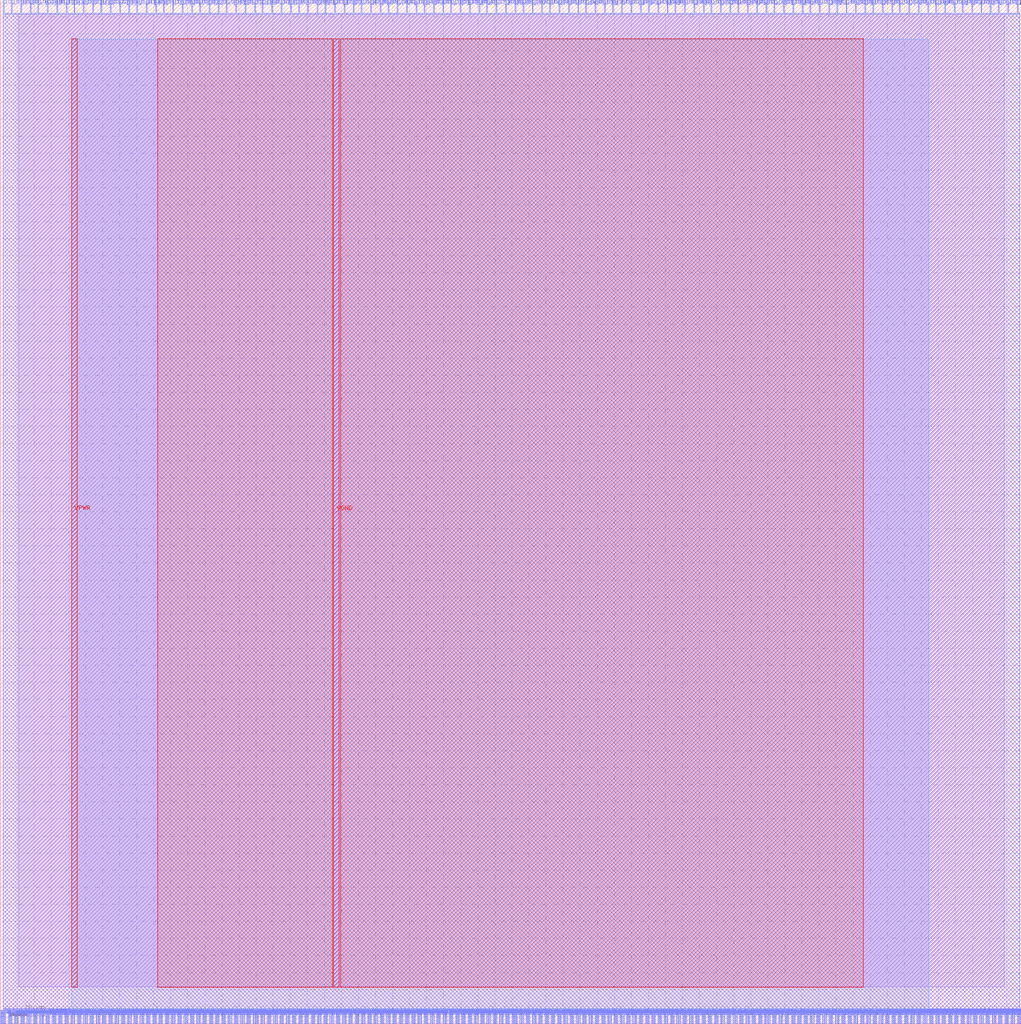
<source format=lef>
VERSION 5.7 ;
  NOWIREEXTENSIONATPIN ON ;
  DIVIDERCHAR "/" ;
  BUSBITCHARS "[]" ;
MACRO user_proj_example
  CLASS BLOCK ;
  FOREIGN user_proj_example ;
  ORIGIN 0.000 0.000 ;
  SIZE 299.280 BY 300.000 ;
  PIN io_in[0]
    DIRECTION INPUT ;
    PORT
      LAYER met2 ;
        RECT 0.920 296.000 1.200 300.000 ;
    END
  END io_in[0]
  PIN io_in[10]
    DIRECTION INPUT ;
    PORT
      LAYER met2 ;
        RECT 79.580 296.000 79.860 300.000 ;
    END
  END io_in[10]
  PIN io_in[11]
    DIRECTION INPUT ;
    PORT
      LAYER met2 ;
        RECT 87.400 296.000 87.680 300.000 ;
    END
  END io_in[11]
  PIN io_in[12]
    DIRECTION INPUT ;
    PORT
      LAYER met2 ;
        RECT 95.220 296.000 95.500 300.000 ;
    END
  END io_in[12]
  PIN io_in[13]
    DIRECTION INPUT ;
    PORT
      LAYER met2 ;
        RECT 103.500 296.000 103.780 300.000 ;
    END
  END io_in[13]
  PIN io_in[14]
    DIRECTION INPUT ;
    PORT
      LAYER met2 ;
        RECT 111.320 296.000 111.600 300.000 ;
    END
  END io_in[14]
  PIN io_in[15]
    DIRECTION INPUT ;
    PORT
      LAYER met2 ;
        RECT 119.140 296.000 119.420 300.000 ;
    END
  END io_in[15]
  PIN io_in[16]
    DIRECTION INPUT ;
    PORT
      LAYER met2 ;
        RECT 126.960 296.000 127.240 300.000 ;
    END
  END io_in[16]
  PIN io_in[17]
    DIRECTION INPUT ;
    PORT
      LAYER met2 ;
        RECT 134.780 296.000 135.060 300.000 ;
    END
  END io_in[17]
  PIN io_in[18]
    DIRECTION INPUT ;
    PORT
      LAYER met2 ;
        RECT 142.600 296.000 142.880 300.000 ;
    END
  END io_in[18]
  PIN io_in[19]
    DIRECTION INPUT ;
    PORT
      LAYER met2 ;
        RECT 150.880 296.000 151.160 300.000 ;
    END
  END io_in[19]
  PIN io_in[1]
    DIRECTION INPUT ;
    PORT
      LAYER met2 ;
        RECT 8.740 296.000 9.020 300.000 ;
    END
  END io_in[1]
  PIN io_in[20]
    DIRECTION INPUT ;
    PORT
      LAYER met2 ;
        RECT 158.700 296.000 158.980 300.000 ;
    END
  END io_in[20]
  PIN io_in[21]
    DIRECTION INPUT ;
    PORT
      LAYER met2 ;
        RECT 166.520 296.000 166.800 300.000 ;
    END
  END io_in[21]
  PIN io_in[22]
    DIRECTION INPUT ;
    PORT
      LAYER met2 ;
        RECT 174.340 296.000 174.620 300.000 ;
    END
  END io_in[22]
  PIN io_in[23]
    DIRECTION INPUT ;
    PORT
      LAYER met2 ;
        RECT 182.160 296.000 182.440 300.000 ;
    END
  END io_in[23]
  PIN io_in[24]
    DIRECTION INPUT ;
    PORT
      LAYER met2 ;
        RECT 189.980 296.000 190.260 300.000 ;
    END
  END io_in[24]
  PIN io_in[25]
    DIRECTION INPUT ;
    PORT
      LAYER met2 ;
        RECT 197.800 296.000 198.080 300.000 ;
    END
  END io_in[25]
  PIN io_in[26]
    DIRECTION INPUT ;
    PORT
      LAYER met2 ;
        RECT 206.080 296.000 206.360 300.000 ;
    END
  END io_in[26]
  PIN io_in[27]
    DIRECTION INPUT ;
    PORT
      LAYER met2 ;
        RECT 213.900 296.000 214.180 300.000 ;
    END
  END io_in[27]
  PIN io_in[28]
    DIRECTION INPUT ;
    PORT
      LAYER met2 ;
        RECT 221.720 296.000 222.000 300.000 ;
    END
  END io_in[28]
  PIN io_in[29]
    DIRECTION INPUT ;
    PORT
      LAYER met2 ;
        RECT 229.540 296.000 229.820 300.000 ;
    END
  END io_in[29]
  PIN io_in[2]
    DIRECTION INPUT ;
    PORT
      LAYER met2 ;
        RECT 16.560 296.000 16.840 300.000 ;
    END
  END io_in[2]
  PIN io_in[30]
    DIRECTION INPUT ;
    PORT
      LAYER met2 ;
        RECT 237.360 296.000 237.640 300.000 ;
    END
  END io_in[30]
  PIN io_in[31]
    DIRECTION INPUT ;
    PORT
      LAYER met2 ;
        RECT 245.180 296.000 245.460 300.000 ;
    END
  END io_in[31]
  PIN io_in[32]
    DIRECTION INPUT ;
    PORT
      LAYER met2 ;
        RECT 253.460 296.000 253.740 300.000 ;
    END
  END io_in[32]
  PIN io_in[33]
    DIRECTION INPUT ;
    PORT
      LAYER met2 ;
        RECT 261.280 296.000 261.560 300.000 ;
    END
  END io_in[33]
  PIN io_in[34]
    DIRECTION INPUT ;
    PORT
      LAYER met2 ;
        RECT 269.100 296.000 269.380 300.000 ;
    END
  END io_in[34]
  PIN io_in[35]
    DIRECTION INPUT ;
    PORT
      LAYER met2 ;
        RECT 276.920 296.000 277.200 300.000 ;
    END
  END io_in[35]
  PIN io_in[36]
    DIRECTION INPUT ;
    PORT
      LAYER met2 ;
        RECT 284.740 296.000 285.020 300.000 ;
    END
  END io_in[36]
  PIN io_in[37]
    DIRECTION INPUT ;
    PORT
      LAYER met2 ;
        RECT 292.560 296.000 292.840 300.000 ;
    END
  END io_in[37]
  PIN io_in[3]
    DIRECTION INPUT ;
    PORT
      LAYER met2 ;
        RECT 24.380 296.000 24.660 300.000 ;
    END
  END io_in[3]
  PIN io_in[4]
    DIRECTION INPUT ;
    PORT
      LAYER met2 ;
        RECT 32.200 296.000 32.480 300.000 ;
    END
  END io_in[4]
  PIN io_in[5]
    DIRECTION INPUT ;
    PORT
      LAYER met2 ;
        RECT 40.020 296.000 40.300 300.000 ;
    END
  END io_in[5]
  PIN io_in[6]
    DIRECTION INPUT ;
    PORT
      LAYER met2 ;
        RECT 47.840 296.000 48.120 300.000 ;
    END
  END io_in[6]
  PIN io_in[7]
    DIRECTION INPUT ;
    PORT
      LAYER met2 ;
        RECT 56.120 296.000 56.400 300.000 ;
    END
  END io_in[7]
  PIN io_in[8]
    DIRECTION INPUT ;
    PORT
      LAYER met2 ;
        RECT 63.940 296.000 64.220 300.000 ;
    END
  END io_in[8]
  PIN io_in[9]
    DIRECTION INPUT ;
    PORT
      LAYER met2 ;
        RECT 71.760 296.000 72.040 300.000 ;
    END
  END io_in[9]
  PIN io_oeb[0]
    DIRECTION OUTPUT TRISTATE ;
    PORT
      LAYER met2 ;
        RECT 3.220 296.000 3.500 300.000 ;
    END
  END io_oeb[0]
  PIN io_oeb[10]
    DIRECTION OUTPUT TRISTATE ;
    PORT
      LAYER met2 ;
        RECT 82.340 296.000 82.620 300.000 ;
    END
  END io_oeb[10]
  PIN io_oeb[11]
    DIRECTION OUTPUT TRISTATE ;
    PORT
      LAYER met2 ;
        RECT 90.160 296.000 90.440 300.000 ;
    END
  END io_oeb[11]
  PIN io_oeb[12]
    DIRECTION OUTPUT TRISTATE ;
    PORT
      LAYER met2 ;
        RECT 97.980 296.000 98.260 300.000 ;
    END
  END io_oeb[12]
  PIN io_oeb[13]
    DIRECTION OUTPUT TRISTATE ;
    PORT
      LAYER met2 ;
        RECT 105.800 296.000 106.080 300.000 ;
    END
  END io_oeb[13]
  PIN io_oeb[14]
    DIRECTION OUTPUT TRISTATE ;
    PORT
      LAYER met2 ;
        RECT 113.620 296.000 113.900 300.000 ;
    END
  END io_oeb[14]
  PIN io_oeb[15]
    DIRECTION OUTPUT TRISTATE ;
    PORT
      LAYER met2 ;
        RECT 121.900 296.000 122.180 300.000 ;
    END
  END io_oeb[15]
  PIN io_oeb[16]
    DIRECTION OUTPUT TRISTATE ;
    PORT
      LAYER met2 ;
        RECT 129.720 296.000 130.000 300.000 ;
    END
  END io_oeb[16]
  PIN io_oeb[17]
    DIRECTION OUTPUT TRISTATE ;
    PORT
      LAYER met2 ;
        RECT 137.540 296.000 137.820 300.000 ;
    END
  END io_oeb[17]
  PIN io_oeb[18]
    DIRECTION OUTPUT TRISTATE ;
    PORT
      LAYER met2 ;
        RECT 145.360 296.000 145.640 300.000 ;
    END
  END io_oeb[18]
  PIN io_oeb[19]
    DIRECTION OUTPUT TRISTATE ;
    PORT
      LAYER met2 ;
        RECT 153.180 296.000 153.460 300.000 ;
    END
  END io_oeb[19]
  PIN io_oeb[1]
    DIRECTION OUTPUT TRISTATE ;
    PORT
      LAYER met2 ;
        RECT 11.040 296.000 11.320 300.000 ;
    END
  END io_oeb[1]
  PIN io_oeb[20]
    DIRECTION OUTPUT TRISTATE ;
    PORT
      LAYER met2 ;
        RECT 161.000 296.000 161.280 300.000 ;
    END
  END io_oeb[20]
  PIN io_oeb[21]
    DIRECTION OUTPUT TRISTATE ;
    PORT
      LAYER met2 ;
        RECT 169.280 296.000 169.560 300.000 ;
    END
  END io_oeb[21]
  PIN io_oeb[22]
    DIRECTION OUTPUT TRISTATE ;
    PORT
      LAYER met2 ;
        RECT 177.100 296.000 177.380 300.000 ;
    END
  END io_oeb[22]
  PIN io_oeb[23]
    DIRECTION OUTPUT TRISTATE ;
    PORT
      LAYER met2 ;
        RECT 184.920 296.000 185.200 300.000 ;
    END
  END io_oeb[23]
  PIN io_oeb[24]
    DIRECTION OUTPUT TRISTATE ;
    PORT
      LAYER met2 ;
        RECT 192.740 296.000 193.020 300.000 ;
    END
  END io_oeb[24]
  PIN io_oeb[25]
    DIRECTION OUTPUT TRISTATE ;
    PORT
      LAYER met2 ;
        RECT 200.560 296.000 200.840 300.000 ;
    END
  END io_oeb[25]
  PIN io_oeb[26]
    DIRECTION OUTPUT TRISTATE ;
    PORT
      LAYER met2 ;
        RECT 208.380 296.000 208.660 300.000 ;
    END
  END io_oeb[26]
  PIN io_oeb[27]
    DIRECTION OUTPUT TRISTATE ;
    PORT
      LAYER met2 ;
        RECT 216.200 296.000 216.480 300.000 ;
    END
  END io_oeb[27]
  PIN io_oeb[28]
    DIRECTION OUTPUT TRISTATE ;
    PORT
      LAYER met2 ;
        RECT 224.480 296.000 224.760 300.000 ;
    END
  END io_oeb[28]
  PIN io_oeb[29]
    DIRECTION OUTPUT TRISTATE ;
    PORT
      LAYER met2 ;
        RECT 232.300 296.000 232.580 300.000 ;
    END
  END io_oeb[29]
  PIN io_oeb[2]
    DIRECTION OUTPUT TRISTATE ;
    PORT
      LAYER met2 ;
        RECT 19.320 296.000 19.600 300.000 ;
    END
  END io_oeb[2]
  PIN io_oeb[30]
    DIRECTION OUTPUT TRISTATE ;
    PORT
      LAYER met2 ;
        RECT 240.120 296.000 240.400 300.000 ;
    END
  END io_oeb[30]
  PIN io_oeb[31]
    DIRECTION OUTPUT TRISTATE ;
    PORT
      LAYER met2 ;
        RECT 247.940 296.000 248.220 300.000 ;
    END
  END io_oeb[31]
  PIN io_oeb[32]
    DIRECTION OUTPUT TRISTATE ;
    PORT
      LAYER met2 ;
        RECT 255.760 296.000 256.040 300.000 ;
    END
  END io_oeb[32]
  PIN io_oeb[33]
    DIRECTION OUTPUT TRISTATE ;
    PORT
      LAYER met2 ;
        RECT 263.580 296.000 263.860 300.000 ;
    END
  END io_oeb[33]
  PIN io_oeb[34]
    DIRECTION OUTPUT TRISTATE ;
    PORT
      LAYER met2 ;
        RECT 271.860 296.000 272.140 300.000 ;
    END
  END io_oeb[34]
  PIN io_oeb[35]
    DIRECTION OUTPUT TRISTATE ;
    PORT
      LAYER met2 ;
        RECT 279.680 296.000 279.960 300.000 ;
    END
  END io_oeb[35]
  PIN io_oeb[36]
    DIRECTION OUTPUT TRISTATE ;
    PORT
      LAYER met2 ;
        RECT 287.500 296.000 287.780 300.000 ;
    END
  END io_oeb[36]
  PIN io_oeb[37]
    DIRECTION OUTPUT TRISTATE ;
    PORT
      LAYER met2 ;
        RECT 295.320 296.000 295.600 300.000 ;
    END
  END io_oeb[37]
  PIN io_oeb[3]
    DIRECTION OUTPUT TRISTATE ;
    PORT
      LAYER met2 ;
        RECT 27.140 296.000 27.420 300.000 ;
    END
  END io_oeb[3]
  PIN io_oeb[4]
    DIRECTION OUTPUT TRISTATE ;
    PORT
      LAYER met2 ;
        RECT 34.960 296.000 35.240 300.000 ;
    END
  END io_oeb[4]
  PIN io_oeb[5]
    DIRECTION OUTPUT TRISTATE ;
    PORT
      LAYER met2 ;
        RECT 42.780 296.000 43.060 300.000 ;
    END
  END io_oeb[5]
  PIN io_oeb[6]
    DIRECTION OUTPUT TRISTATE ;
    PORT
      LAYER met2 ;
        RECT 50.600 296.000 50.880 300.000 ;
    END
  END io_oeb[6]
  PIN io_oeb[7]
    DIRECTION OUTPUT TRISTATE ;
    PORT
      LAYER met2 ;
        RECT 58.420 296.000 58.700 300.000 ;
    END
  END io_oeb[7]
  PIN io_oeb[8]
    DIRECTION OUTPUT TRISTATE ;
    PORT
      LAYER met2 ;
        RECT 66.240 296.000 66.520 300.000 ;
    END
  END io_oeb[8]
  PIN io_oeb[9]
    DIRECTION OUTPUT TRISTATE ;
    PORT
      LAYER met2 ;
        RECT 74.520 296.000 74.800 300.000 ;
    END
  END io_oeb[9]
  PIN io_out[0]
    DIRECTION OUTPUT TRISTATE ;
    PORT
      LAYER met2 ;
        RECT 5.980 296.000 6.260 300.000 ;
    END
  END io_out[0]
  PIN io_out[10]
    DIRECTION OUTPUT TRISTATE ;
    PORT
      LAYER met2 ;
        RECT 85.100 296.000 85.380 300.000 ;
    END
  END io_out[10]
  PIN io_out[11]
    DIRECTION OUTPUT TRISTATE ;
    PORT
      LAYER met2 ;
        RECT 92.920 296.000 93.200 300.000 ;
    END
  END io_out[11]
  PIN io_out[12]
    DIRECTION OUTPUT TRISTATE ;
    PORT
      LAYER met2 ;
        RECT 100.740 296.000 101.020 300.000 ;
    END
  END io_out[12]
  PIN io_out[13]
    DIRECTION OUTPUT TRISTATE ;
    PORT
      LAYER met2 ;
        RECT 108.560 296.000 108.840 300.000 ;
    END
  END io_out[13]
  PIN io_out[14]
    DIRECTION OUTPUT TRISTATE ;
    PORT
      LAYER met2 ;
        RECT 116.380 296.000 116.660 300.000 ;
    END
  END io_out[14]
  PIN io_out[15]
    DIRECTION OUTPUT TRISTATE ;
    PORT
      LAYER met2 ;
        RECT 124.200 296.000 124.480 300.000 ;
    END
  END io_out[15]
  PIN io_out[16]
    DIRECTION OUTPUT TRISTATE ;
    PORT
      LAYER met2 ;
        RECT 132.020 296.000 132.300 300.000 ;
    END
  END io_out[16]
  PIN io_out[17]
    DIRECTION OUTPUT TRISTATE ;
    PORT
      LAYER met2 ;
        RECT 140.300 296.000 140.580 300.000 ;
    END
  END io_out[17]
  PIN io_out[18]
    DIRECTION OUTPUT TRISTATE ;
    PORT
      LAYER met2 ;
        RECT 148.120 296.000 148.400 300.000 ;
    END
  END io_out[18]
  PIN io_out[19]
    DIRECTION OUTPUT TRISTATE ;
    PORT
      LAYER met2 ;
        RECT 155.940 296.000 156.220 300.000 ;
    END
  END io_out[19]
  PIN io_out[1]
    DIRECTION OUTPUT TRISTATE ;
    PORT
      LAYER met2 ;
        RECT 13.800 296.000 14.080 300.000 ;
    END
  END io_out[1]
  PIN io_out[20]
    DIRECTION OUTPUT TRISTATE ;
    PORT
      LAYER met2 ;
        RECT 163.760 296.000 164.040 300.000 ;
    END
  END io_out[20]
  PIN io_out[21]
    DIRECTION OUTPUT TRISTATE ;
    PORT
      LAYER met2 ;
        RECT 171.580 296.000 171.860 300.000 ;
    END
  END io_out[21]
  PIN io_out[22]
    DIRECTION OUTPUT TRISTATE ;
    PORT
      LAYER met2 ;
        RECT 179.400 296.000 179.680 300.000 ;
    END
  END io_out[22]
  PIN io_out[23]
    DIRECTION OUTPUT TRISTATE ;
    PORT
      LAYER met2 ;
        RECT 187.680 296.000 187.960 300.000 ;
    END
  END io_out[23]
  PIN io_out[24]
    DIRECTION OUTPUT TRISTATE ;
    PORT
      LAYER met2 ;
        RECT 195.500 296.000 195.780 300.000 ;
    END
  END io_out[24]
  PIN io_out[25]
    DIRECTION OUTPUT TRISTATE ;
    PORT
      LAYER met2 ;
        RECT 203.320 296.000 203.600 300.000 ;
    END
  END io_out[25]
  PIN io_out[26]
    DIRECTION OUTPUT TRISTATE ;
    PORT
      LAYER met2 ;
        RECT 211.140 296.000 211.420 300.000 ;
    END
  END io_out[26]
  PIN io_out[27]
    DIRECTION OUTPUT TRISTATE ;
    PORT
      LAYER met2 ;
        RECT 218.960 296.000 219.240 300.000 ;
    END
  END io_out[27]
  PIN io_out[28]
    DIRECTION OUTPUT TRISTATE ;
    PORT
      LAYER met2 ;
        RECT 226.780 296.000 227.060 300.000 ;
    END
  END io_out[28]
  PIN io_out[29]
    DIRECTION OUTPUT TRISTATE ;
    PORT
      LAYER met2 ;
        RECT 235.060 296.000 235.340 300.000 ;
    END
  END io_out[29]
  PIN io_out[2]
    DIRECTION OUTPUT TRISTATE ;
    PORT
      LAYER met2 ;
        RECT 21.620 296.000 21.900 300.000 ;
    END
  END io_out[2]
  PIN io_out[30]
    DIRECTION OUTPUT TRISTATE ;
    PORT
      LAYER met2 ;
        RECT 242.880 296.000 243.160 300.000 ;
    END
  END io_out[30]
  PIN io_out[31]
    DIRECTION OUTPUT TRISTATE ;
    PORT
      LAYER met2 ;
        RECT 250.700 296.000 250.980 300.000 ;
    END
  END io_out[31]
  PIN io_out[32]
    DIRECTION OUTPUT TRISTATE ;
    PORT
      LAYER met2 ;
        RECT 258.520 296.000 258.800 300.000 ;
    END
  END io_out[32]
  PIN io_out[33]
    DIRECTION OUTPUT TRISTATE ;
    PORT
      LAYER met2 ;
        RECT 266.340 296.000 266.620 300.000 ;
    END
  END io_out[33]
  PIN io_out[34]
    DIRECTION OUTPUT TRISTATE ;
    PORT
      LAYER met2 ;
        RECT 274.160 296.000 274.440 300.000 ;
    END
  END io_out[34]
  PIN io_out[35]
    DIRECTION OUTPUT TRISTATE ;
    PORT
      LAYER met2 ;
        RECT 281.980 296.000 282.260 300.000 ;
    END
  END io_out[35]
  PIN io_out[36]
    DIRECTION OUTPUT TRISTATE ;
    PORT
      LAYER met2 ;
        RECT 290.260 296.000 290.540 300.000 ;
    END
  END io_out[36]
  PIN io_out[37]
    DIRECTION OUTPUT TRISTATE ;
    PORT
      LAYER met2 ;
        RECT 298.080 296.000 298.360 300.000 ;
    END
  END io_out[37]
  PIN io_out[3]
    DIRECTION OUTPUT TRISTATE ;
    PORT
      LAYER met2 ;
        RECT 29.440 296.000 29.720 300.000 ;
    END
  END io_out[3]
  PIN io_out[4]
    DIRECTION OUTPUT TRISTATE ;
    PORT
      LAYER met2 ;
        RECT 37.720 296.000 38.000 300.000 ;
    END
  END io_out[4]
  PIN io_out[5]
    DIRECTION OUTPUT TRISTATE ;
    PORT
      LAYER met2 ;
        RECT 45.540 296.000 45.820 300.000 ;
    END
  END io_out[5]
  PIN io_out[6]
    DIRECTION OUTPUT TRISTATE ;
    PORT
      LAYER met2 ;
        RECT 53.360 296.000 53.640 300.000 ;
    END
  END io_out[6]
  PIN io_out[7]
    DIRECTION OUTPUT TRISTATE ;
    PORT
      LAYER met2 ;
        RECT 61.180 296.000 61.460 300.000 ;
    END
  END io_out[7]
  PIN io_out[8]
    DIRECTION OUTPUT TRISTATE ;
    PORT
      LAYER met2 ;
        RECT 69.000 296.000 69.280 300.000 ;
    END
  END io_out[8]
  PIN io_out[9]
    DIRECTION OUTPUT TRISTATE ;
    PORT
      LAYER met2 ;
        RECT 76.820 296.000 77.100 300.000 ;
    END
  END io_out[9]
  PIN la_data_in[0]
    DIRECTION INPUT ;
    PORT
      LAYER met2 ;
        RECT 64.860 0.000 65.140 4.000 ;
    END
  END la_data_in[0]
  PIN la_data_in[100]
    DIRECTION INPUT ;
    PORT
      LAYER met2 ;
        RECT 248.400 0.000 248.680 4.000 ;
    END
  END la_data_in[100]
  PIN la_data_in[101]
    DIRECTION INPUT ;
    PORT
      LAYER met2 ;
        RECT 250.240 0.000 250.520 4.000 ;
    END
  END la_data_in[101]
  PIN la_data_in[102]
    DIRECTION INPUT ;
    PORT
      LAYER met2 ;
        RECT 252.080 0.000 252.360 4.000 ;
    END
  END la_data_in[102]
  PIN la_data_in[103]
    DIRECTION INPUT ;
    PORT
      LAYER met2 ;
        RECT 253.920 0.000 254.200 4.000 ;
    END
  END la_data_in[103]
  PIN la_data_in[104]
    DIRECTION INPUT ;
    PORT
      LAYER met2 ;
        RECT 255.760 0.000 256.040 4.000 ;
    END
  END la_data_in[104]
  PIN la_data_in[105]
    DIRECTION INPUT ;
    PORT
      LAYER met2 ;
        RECT 257.600 0.000 257.880 4.000 ;
    END
  END la_data_in[105]
  PIN la_data_in[106]
    DIRECTION INPUT ;
    PORT
      LAYER met2 ;
        RECT 259.440 0.000 259.720 4.000 ;
    END
  END la_data_in[106]
  PIN la_data_in[107]
    DIRECTION INPUT ;
    PORT
      LAYER met2 ;
        RECT 261.280 0.000 261.560 4.000 ;
    END
  END la_data_in[107]
  PIN la_data_in[108]
    DIRECTION INPUT ;
    PORT
      LAYER met2 ;
        RECT 263.120 0.000 263.400 4.000 ;
    END
  END la_data_in[108]
  PIN la_data_in[109]
    DIRECTION INPUT ;
    PORT
      LAYER met2 ;
        RECT 264.960 0.000 265.240 4.000 ;
    END
  END la_data_in[109]
  PIN la_data_in[10]
    DIRECTION INPUT ;
    PORT
      LAYER met2 ;
        RECT 82.800 0.000 83.080 4.000 ;
    END
  END la_data_in[10]
  PIN la_data_in[110]
    DIRECTION INPUT ;
    PORT
      LAYER met2 ;
        RECT 266.800 0.000 267.080 4.000 ;
    END
  END la_data_in[110]
  PIN la_data_in[111]
    DIRECTION INPUT ;
    PORT
      LAYER met2 ;
        RECT 268.640 0.000 268.920 4.000 ;
    END
  END la_data_in[111]
  PIN la_data_in[112]
    DIRECTION INPUT ;
    PORT
      LAYER met2 ;
        RECT 270.480 0.000 270.760 4.000 ;
    END
  END la_data_in[112]
  PIN la_data_in[113]
    DIRECTION INPUT ;
    PORT
      LAYER met2 ;
        RECT 272.320 0.000 272.600 4.000 ;
    END
  END la_data_in[113]
  PIN la_data_in[114]
    DIRECTION INPUT ;
    PORT
      LAYER met2 ;
        RECT 274.160 0.000 274.440 4.000 ;
    END
  END la_data_in[114]
  PIN la_data_in[115]
    DIRECTION INPUT ;
    PORT
      LAYER met2 ;
        RECT 276.000 0.000 276.280 4.000 ;
    END
  END la_data_in[115]
  PIN la_data_in[116]
    DIRECTION INPUT ;
    PORT
      LAYER met2 ;
        RECT 277.840 0.000 278.120 4.000 ;
    END
  END la_data_in[116]
  PIN la_data_in[117]
    DIRECTION INPUT ;
    PORT
      LAYER met2 ;
        RECT 279.680 0.000 279.960 4.000 ;
    END
  END la_data_in[117]
  PIN la_data_in[118]
    DIRECTION INPUT ;
    PORT
      LAYER met2 ;
        RECT 281.520 0.000 281.800 4.000 ;
    END
  END la_data_in[118]
  PIN la_data_in[119]
    DIRECTION INPUT ;
    PORT
      LAYER met2 ;
        RECT 283.360 0.000 283.640 4.000 ;
    END
  END la_data_in[119]
  PIN la_data_in[11]
    DIRECTION INPUT ;
    PORT
      LAYER met2 ;
        RECT 84.640 0.000 84.920 4.000 ;
    END
  END la_data_in[11]
  PIN la_data_in[120]
    DIRECTION INPUT ;
    PORT
      LAYER met2 ;
        RECT 285.200 0.000 285.480 4.000 ;
    END
  END la_data_in[120]
  PIN la_data_in[121]
    DIRECTION INPUT ;
    PORT
      LAYER met2 ;
        RECT 287.040 0.000 287.320 4.000 ;
    END
  END la_data_in[121]
  PIN la_data_in[122]
    DIRECTION INPUT ;
    PORT
      LAYER met2 ;
        RECT 288.880 0.000 289.160 4.000 ;
    END
  END la_data_in[122]
  PIN la_data_in[123]
    DIRECTION INPUT ;
    PORT
      LAYER met2 ;
        RECT 290.720 0.000 291.000 4.000 ;
    END
  END la_data_in[123]
  PIN la_data_in[124]
    DIRECTION INPUT ;
    PORT
      LAYER met2 ;
        RECT 292.560 0.000 292.840 4.000 ;
    END
  END la_data_in[124]
  PIN la_data_in[125]
    DIRECTION INPUT ;
    PORT
      LAYER met2 ;
        RECT 294.400 0.000 294.680 4.000 ;
    END
  END la_data_in[125]
  PIN la_data_in[126]
    DIRECTION INPUT ;
    PORT
      LAYER met2 ;
        RECT 296.240 0.000 296.520 4.000 ;
    END
  END la_data_in[126]
  PIN la_data_in[127]
    DIRECTION INPUT ;
    PORT
      LAYER met2 ;
        RECT 298.080 0.000 298.360 4.000 ;
    END
  END la_data_in[127]
  PIN la_data_in[12]
    DIRECTION INPUT ;
    PORT
      LAYER met2 ;
        RECT 86.480 0.000 86.760 4.000 ;
    END
  END la_data_in[12]
  PIN la_data_in[13]
    DIRECTION INPUT ;
    PORT
      LAYER met2 ;
        RECT 88.320 0.000 88.600 4.000 ;
    END
  END la_data_in[13]
  PIN la_data_in[14]
    DIRECTION INPUT ;
    PORT
      LAYER met2 ;
        RECT 90.160 0.000 90.440 4.000 ;
    END
  END la_data_in[14]
  PIN la_data_in[15]
    DIRECTION INPUT ;
    PORT
      LAYER met2 ;
        RECT 92.000 0.000 92.280 4.000 ;
    END
  END la_data_in[15]
  PIN la_data_in[16]
    DIRECTION INPUT ;
    PORT
      LAYER met2 ;
        RECT 93.840 0.000 94.120 4.000 ;
    END
  END la_data_in[16]
  PIN la_data_in[17]
    DIRECTION INPUT ;
    PORT
      LAYER met2 ;
        RECT 95.680 0.000 95.960 4.000 ;
    END
  END la_data_in[17]
  PIN la_data_in[18]
    DIRECTION INPUT ;
    PORT
      LAYER met2 ;
        RECT 97.520 0.000 97.800 4.000 ;
    END
  END la_data_in[18]
  PIN la_data_in[19]
    DIRECTION INPUT ;
    PORT
      LAYER met2 ;
        RECT 99.360 0.000 99.640 4.000 ;
    END
  END la_data_in[19]
  PIN la_data_in[1]
    DIRECTION INPUT ;
    PORT
      LAYER met2 ;
        RECT 66.700 0.000 66.980 4.000 ;
    END
  END la_data_in[1]
  PIN la_data_in[20]
    DIRECTION INPUT ;
    PORT
      LAYER met2 ;
        RECT 101.200 0.000 101.480 4.000 ;
    END
  END la_data_in[20]
  PIN la_data_in[21]
    DIRECTION INPUT ;
    PORT
      LAYER met2 ;
        RECT 103.040 0.000 103.320 4.000 ;
    END
  END la_data_in[21]
  PIN la_data_in[22]
    DIRECTION INPUT ;
    PORT
      LAYER met2 ;
        RECT 104.880 0.000 105.160 4.000 ;
    END
  END la_data_in[22]
  PIN la_data_in[23]
    DIRECTION INPUT ;
    PORT
      LAYER met2 ;
        RECT 106.720 0.000 107.000 4.000 ;
    END
  END la_data_in[23]
  PIN la_data_in[24]
    DIRECTION INPUT ;
    PORT
      LAYER met2 ;
        RECT 108.560 0.000 108.840 4.000 ;
    END
  END la_data_in[24]
  PIN la_data_in[25]
    DIRECTION INPUT ;
    PORT
      LAYER met2 ;
        RECT 110.400 0.000 110.680 4.000 ;
    END
  END la_data_in[25]
  PIN la_data_in[26]
    DIRECTION INPUT ;
    PORT
      LAYER met2 ;
        RECT 112.240 0.000 112.520 4.000 ;
    END
  END la_data_in[26]
  PIN la_data_in[27]
    DIRECTION INPUT ;
    PORT
      LAYER met2 ;
        RECT 114.080 0.000 114.360 4.000 ;
    END
  END la_data_in[27]
  PIN la_data_in[28]
    DIRECTION INPUT ;
    PORT
      LAYER met2 ;
        RECT 115.920 0.000 116.200 4.000 ;
    END
  END la_data_in[28]
  PIN la_data_in[29]
    DIRECTION INPUT ;
    PORT
      LAYER met2 ;
        RECT 117.760 0.000 118.040 4.000 ;
    END
  END la_data_in[29]
  PIN la_data_in[2]
    DIRECTION INPUT ;
    PORT
      LAYER met2 ;
        RECT 68.540 0.000 68.820 4.000 ;
    END
  END la_data_in[2]
  PIN la_data_in[30]
    DIRECTION INPUT ;
    PORT
      LAYER met2 ;
        RECT 119.600 0.000 119.880 4.000 ;
    END
  END la_data_in[30]
  PIN la_data_in[31]
    DIRECTION INPUT ;
    PORT
      LAYER met2 ;
        RECT 121.440 0.000 121.720 4.000 ;
    END
  END la_data_in[31]
  PIN la_data_in[32]
    DIRECTION INPUT ;
    PORT
      LAYER met2 ;
        RECT 123.280 0.000 123.560 4.000 ;
    END
  END la_data_in[32]
  PIN la_data_in[33]
    DIRECTION INPUT ;
    PORT
      LAYER met2 ;
        RECT 125.120 0.000 125.400 4.000 ;
    END
  END la_data_in[33]
  PIN la_data_in[34]
    DIRECTION INPUT ;
    PORT
      LAYER met2 ;
        RECT 126.960 0.000 127.240 4.000 ;
    END
  END la_data_in[34]
  PIN la_data_in[35]
    DIRECTION INPUT ;
    PORT
      LAYER met2 ;
        RECT 128.800 0.000 129.080 4.000 ;
    END
  END la_data_in[35]
  PIN la_data_in[36]
    DIRECTION INPUT ;
    PORT
      LAYER met2 ;
        RECT 130.640 0.000 130.920 4.000 ;
    END
  END la_data_in[36]
  PIN la_data_in[37]
    DIRECTION INPUT ;
    PORT
      LAYER met2 ;
        RECT 132.480 0.000 132.760 4.000 ;
    END
  END la_data_in[37]
  PIN la_data_in[38]
    DIRECTION INPUT ;
    PORT
      LAYER met2 ;
        RECT 134.320 0.000 134.600 4.000 ;
    END
  END la_data_in[38]
  PIN la_data_in[39]
    DIRECTION INPUT ;
    PORT
      LAYER met2 ;
        RECT 136.160 0.000 136.440 4.000 ;
    END
  END la_data_in[39]
  PIN la_data_in[3]
    DIRECTION INPUT ;
    PORT
      LAYER met2 ;
        RECT 70.380 0.000 70.660 4.000 ;
    END
  END la_data_in[3]
  PIN la_data_in[40]
    DIRECTION INPUT ;
    PORT
      LAYER met2 ;
        RECT 138.000 0.000 138.280 4.000 ;
    END
  END la_data_in[40]
  PIN la_data_in[41]
    DIRECTION INPUT ;
    PORT
      LAYER met2 ;
        RECT 139.840 0.000 140.120 4.000 ;
    END
  END la_data_in[41]
  PIN la_data_in[42]
    DIRECTION INPUT ;
    PORT
      LAYER met2 ;
        RECT 141.680 0.000 141.960 4.000 ;
    END
  END la_data_in[42]
  PIN la_data_in[43]
    DIRECTION INPUT ;
    PORT
      LAYER met2 ;
        RECT 143.520 0.000 143.800 4.000 ;
    END
  END la_data_in[43]
  PIN la_data_in[44]
    DIRECTION INPUT ;
    PORT
      LAYER met2 ;
        RECT 145.360 0.000 145.640 4.000 ;
    END
  END la_data_in[44]
  PIN la_data_in[45]
    DIRECTION INPUT ;
    PORT
      LAYER met2 ;
        RECT 147.200 0.000 147.480 4.000 ;
    END
  END la_data_in[45]
  PIN la_data_in[46]
    DIRECTION INPUT ;
    PORT
      LAYER met2 ;
        RECT 149.040 0.000 149.320 4.000 ;
    END
  END la_data_in[46]
  PIN la_data_in[47]
    DIRECTION INPUT ;
    PORT
      LAYER met2 ;
        RECT 150.880 0.000 151.160 4.000 ;
    END
  END la_data_in[47]
  PIN la_data_in[48]
    DIRECTION INPUT ;
    PORT
      LAYER met2 ;
        RECT 152.720 0.000 153.000 4.000 ;
    END
  END la_data_in[48]
  PIN la_data_in[49]
    DIRECTION INPUT ;
    PORT
      LAYER met2 ;
        RECT 154.560 0.000 154.840 4.000 ;
    END
  END la_data_in[49]
  PIN la_data_in[4]
    DIRECTION INPUT ;
    PORT
      LAYER met2 ;
        RECT 72.220 0.000 72.500 4.000 ;
    END
  END la_data_in[4]
  PIN la_data_in[50]
    DIRECTION INPUT ;
    PORT
      LAYER met2 ;
        RECT 156.400 0.000 156.680 4.000 ;
    END
  END la_data_in[50]
  PIN la_data_in[51]
    DIRECTION INPUT ;
    PORT
      LAYER met2 ;
        RECT 158.240 0.000 158.520 4.000 ;
    END
  END la_data_in[51]
  PIN la_data_in[52]
    DIRECTION INPUT ;
    PORT
      LAYER met2 ;
        RECT 160.080 0.000 160.360 4.000 ;
    END
  END la_data_in[52]
  PIN la_data_in[53]
    DIRECTION INPUT ;
    PORT
      LAYER met2 ;
        RECT 161.920 0.000 162.200 4.000 ;
    END
  END la_data_in[53]
  PIN la_data_in[54]
    DIRECTION INPUT ;
    PORT
      LAYER met2 ;
        RECT 163.760 0.000 164.040 4.000 ;
    END
  END la_data_in[54]
  PIN la_data_in[55]
    DIRECTION INPUT ;
    PORT
      LAYER met2 ;
        RECT 165.600 0.000 165.880 4.000 ;
    END
  END la_data_in[55]
  PIN la_data_in[56]
    DIRECTION INPUT ;
    PORT
      LAYER met2 ;
        RECT 167.440 0.000 167.720 4.000 ;
    END
  END la_data_in[56]
  PIN la_data_in[57]
    DIRECTION INPUT ;
    PORT
      LAYER met2 ;
        RECT 169.280 0.000 169.560 4.000 ;
    END
  END la_data_in[57]
  PIN la_data_in[58]
    DIRECTION INPUT ;
    PORT
      LAYER met2 ;
        RECT 171.120 0.000 171.400 4.000 ;
    END
  END la_data_in[58]
  PIN la_data_in[59]
    DIRECTION INPUT ;
    PORT
      LAYER met2 ;
        RECT 172.960 0.000 173.240 4.000 ;
    END
  END la_data_in[59]
  PIN la_data_in[5]
    DIRECTION INPUT ;
    PORT
      LAYER met2 ;
        RECT 74.060 0.000 74.340 4.000 ;
    END
  END la_data_in[5]
  PIN la_data_in[60]
    DIRECTION INPUT ;
    PORT
      LAYER met2 ;
        RECT 174.800 0.000 175.080 4.000 ;
    END
  END la_data_in[60]
  PIN la_data_in[61]
    DIRECTION INPUT ;
    PORT
      LAYER met2 ;
        RECT 176.640 0.000 176.920 4.000 ;
    END
  END la_data_in[61]
  PIN la_data_in[62]
    DIRECTION INPUT ;
    PORT
      LAYER met2 ;
        RECT 178.480 0.000 178.760 4.000 ;
    END
  END la_data_in[62]
  PIN la_data_in[63]
    DIRECTION INPUT ;
    PORT
      LAYER met2 ;
        RECT 180.320 0.000 180.600 4.000 ;
    END
  END la_data_in[63]
  PIN la_data_in[64]
    DIRECTION INPUT ;
    PORT
      LAYER met2 ;
        RECT 182.160 0.000 182.440 4.000 ;
    END
  END la_data_in[64]
  PIN la_data_in[65]
    DIRECTION INPUT ;
    PORT
      LAYER met2 ;
        RECT 184.000 0.000 184.280 4.000 ;
    END
  END la_data_in[65]
  PIN la_data_in[66]
    DIRECTION INPUT ;
    PORT
      LAYER met2 ;
        RECT 185.840 0.000 186.120 4.000 ;
    END
  END la_data_in[66]
  PIN la_data_in[67]
    DIRECTION INPUT ;
    PORT
      LAYER met2 ;
        RECT 187.680 0.000 187.960 4.000 ;
    END
  END la_data_in[67]
  PIN la_data_in[68]
    DIRECTION INPUT ;
    PORT
      LAYER met2 ;
        RECT 189.520 0.000 189.800 4.000 ;
    END
  END la_data_in[68]
  PIN la_data_in[69]
    DIRECTION INPUT ;
    PORT
      LAYER met2 ;
        RECT 191.360 0.000 191.640 4.000 ;
    END
  END la_data_in[69]
  PIN la_data_in[6]
    DIRECTION INPUT ;
    PORT
      LAYER met2 ;
        RECT 75.440 0.000 75.720 4.000 ;
    END
  END la_data_in[6]
  PIN la_data_in[70]
    DIRECTION INPUT ;
    PORT
      LAYER met2 ;
        RECT 193.200 0.000 193.480 4.000 ;
    END
  END la_data_in[70]
  PIN la_data_in[71]
    DIRECTION INPUT ;
    PORT
      LAYER met2 ;
        RECT 195.040 0.000 195.320 4.000 ;
    END
  END la_data_in[71]
  PIN la_data_in[72]
    DIRECTION INPUT ;
    PORT
      LAYER met2 ;
        RECT 196.880 0.000 197.160 4.000 ;
    END
  END la_data_in[72]
  PIN la_data_in[73]
    DIRECTION INPUT ;
    PORT
      LAYER met2 ;
        RECT 198.720 0.000 199.000 4.000 ;
    END
  END la_data_in[73]
  PIN la_data_in[74]
    DIRECTION INPUT ;
    PORT
      LAYER met2 ;
        RECT 200.560 0.000 200.840 4.000 ;
    END
  END la_data_in[74]
  PIN la_data_in[75]
    DIRECTION INPUT ;
    PORT
      LAYER met2 ;
        RECT 202.400 0.000 202.680 4.000 ;
    END
  END la_data_in[75]
  PIN la_data_in[76]
    DIRECTION INPUT ;
    PORT
      LAYER met2 ;
        RECT 204.240 0.000 204.520 4.000 ;
    END
  END la_data_in[76]
  PIN la_data_in[77]
    DIRECTION INPUT ;
    PORT
      LAYER met2 ;
        RECT 206.080 0.000 206.360 4.000 ;
    END
  END la_data_in[77]
  PIN la_data_in[78]
    DIRECTION INPUT ;
    PORT
      LAYER met2 ;
        RECT 207.920 0.000 208.200 4.000 ;
    END
  END la_data_in[78]
  PIN la_data_in[79]
    DIRECTION INPUT ;
    PORT
      LAYER met2 ;
        RECT 209.760 0.000 210.040 4.000 ;
    END
  END la_data_in[79]
  PIN la_data_in[7]
    DIRECTION INPUT ;
    PORT
      LAYER met2 ;
        RECT 77.280 0.000 77.560 4.000 ;
    END
  END la_data_in[7]
  PIN la_data_in[80]
    DIRECTION INPUT ;
    PORT
      LAYER met2 ;
        RECT 211.600 0.000 211.880 4.000 ;
    END
  END la_data_in[80]
  PIN la_data_in[81]
    DIRECTION INPUT ;
    PORT
      LAYER met2 ;
        RECT 213.440 0.000 213.720 4.000 ;
    END
  END la_data_in[81]
  PIN la_data_in[82]
    DIRECTION INPUT ;
    PORT
      LAYER met2 ;
        RECT 215.280 0.000 215.560 4.000 ;
    END
  END la_data_in[82]
  PIN la_data_in[83]
    DIRECTION INPUT ;
    PORT
      LAYER met2 ;
        RECT 217.120 0.000 217.400 4.000 ;
    END
  END la_data_in[83]
  PIN la_data_in[84]
    DIRECTION INPUT ;
    PORT
      LAYER met2 ;
        RECT 218.960 0.000 219.240 4.000 ;
    END
  END la_data_in[84]
  PIN la_data_in[85]
    DIRECTION INPUT ;
    PORT
      LAYER met2 ;
        RECT 220.800 0.000 221.080 4.000 ;
    END
  END la_data_in[85]
  PIN la_data_in[86]
    DIRECTION INPUT ;
    PORT
      LAYER met2 ;
        RECT 222.640 0.000 222.920 4.000 ;
    END
  END la_data_in[86]
  PIN la_data_in[87]
    DIRECTION INPUT ;
    PORT
      LAYER met2 ;
        RECT 224.480 0.000 224.760 4.000 ;
    END
  END la_data_in[87]
  PIN la_data_in[88]
    DIRECTION INPUT ;
    PORT
      LAYER met2 ;
        RECT 226.320 0.000 226.600 4.000 ;
    END
  END la_data_in[88]
  PIN la_data_in[89]
    DIRECTION INPUT ;
    PORT
      LAYER met2 ;
        RECT 228.160 0.000 228.440 4.000 ;
    END
  END la_data_in[89]
  PIN la_data_in[8]
    DIRECTION INPUT ;
    PORT
      LAYER met2 ;
        RECT 79.120 0.000 79.400 4.000 ;
    END
  END la_data_in[8]
  PIN la_data_in[90]
    DIRECTION INPUT ;
    PORT
      LAYER met2 ;
        RECT 230.000 0.000 230.280 4.000 ;
    END
  END la_data_in[90]
  PIN la_data_in[91]
    DIRECTION INPUT ;
    PORT
      LAYER met2 ;
        RECT 231.840 0.000 232.120 4.000 ;
    END
  END la_data_in[91]
  PIN la_data_in[92]
    DIRECTION INPUT ;
    PORT
      LAYER met2 ;
        RECT 233.680 0.000 233.960 4.000 ;
    END
  END la_data_in[92]
  PIN la_data_in[93]
    DIRECTION INPUT ;
    PORT
      LAYER met2 ;
        RECT 235.520 0.000 235.800 4.000 ;
    END
  END la_data_in[93]
  PIN la_data_in[94]
    DIRECTION INPUT ;
    PORT
      LAYER met2 ;
        RECT 237.360 0.000 237.640 4.000 ;
    END
  END la_data_in[94]
  PIN la_data_in[95]
    DIRECTION INPUT ;
    PORT
      LAYER met2 ;
        RECT 239.200 0.000 239.480 4.000 ;
    END
  END la_data_in[95]
  PIN la_data_in[96]
    DIRECTION INPUT ;
    PORT
      LAYER met2 ;
        RECT 241.040 0.000 241.320 4.000 ;
    END
  END la_data_in[96]
  PIN la_data_in[97]
    DIRECTION INPUT ;
    PORT
      LAYER met2 ;
        RECT 242.880 0.000 243.160 4.000 ;
    END
  END la_data_in[97]
  PIN la_data_in[98]
    DIRECTION INPUT ;
    PORT
      LAYER met2 ;
        RECT 244.720 0.000 245.000 4.000 ;
    END
  END la_data_in[98]
  PIN la_data_in[99]
    DIRECTION INPUT ;
    PORT
      LAYER met2 ;
        RECT 246.560 0.000 246.840 4.000 ;
    END
  END la_data_in[99]
  PIN la_data_in[9]
    DIRECTION INPUT ;
    PORT
      LAYER met2 ;
        RECT 80.960 0.000 81.240 4.000 ;
    END
  END la_data_in[9]
  PIN la_data_out[0]
    DIRECTION OUTPUT TRISTATE ;
    PORT
      LAYER met2 ;
        RECT 65.320 0.000 65.600 4.000 ;
    END
  END la_data_out[0]
  PIN la_data_out[100]
    DIRECTION OUTPUT TRISTATE ;
    PORT
      LAYER met2 ;
        RECT 248.860 0.000 249.140 4.000 ;
    END
  END la_data_out[100]
  PIN la_data_out[101]
    DIRECTION OUTPUT TRISTATE ;
    PORT
      LAYER met2 ;
        RECT 250.700 0.000 250.980 4.000 ;
    END
  END la_data_out[101]
  PIN la_data_out[102]
    DIRECTION OUTPUT TRISTATE ;
    PORT
      LAYER met2 ;
        RECT 252.540 0.000 252.820 4.000 ;
    END
  END la_data_out[102]
  PIN la_data_out[103]
    DIRECTION OUTPUT TRISTATE ;
    PORT
      LAYER met2 ;
        RECT 254.380 0.000 254.660 4.000 ;
    END
  END la_data_out[103]
  PIN la_data_out[104]
    DIRECTION OUTPUT TRISTATE ;
    PORT
      LAYER met2 ;
        RECT 256.220 0.000 256.500 4.000 ;
    END
  END la_data_out[104]
  PIN la_data_out[105]
    DIRECTION OUTPUT TRISTATE ;
    PORT
      LAYER met2 ;
        RECT 258.060 0.000 258.340 4.000 ;
    END
  END la_data_out[105]
  PIN la_data_out[106]
    DIRECTION OUTPUT TRISTATE ;
    PORT
      LAYER met2 ;
        RECT 259.900 0.000 260.180 4.000 ;
    END
  END la_data_out[106]
  PIN la_data_out[107]
    DIRECTION OUTPUT TRISTATE ;
    PORT
      LAYER met2 ;
        RECT 261.740 0.000 262.020 4.000 ;
    END
  END la_data_out[107]
  PIN la_data_out[108]
    DIRECTION OUTPUT TRISTATE ;
    PORT
      LAYER met2 ;
        RECT 263.580 0.000 263.860 4.000 ;
    END
  END la_data_out[108]
  PIN la_data_out[109]
    DIRECTION OUTPUT TRISTATE ;
    PORT
      LAYER met2 ;
        RECT 265.420 0.000 265.700 4.000 ;
    END
  END la_data_out[109]
  PIN la_data_out[10]
    DIRECTION OUTPUT TRISTATE ;
    PORT
      LAYER met2 ;
        RECT 83.720 0.000 84.000 4.000 ;
    END
  END la_data_out[10]
  PIN la_data_out[110]
    DIRECTION OUTPUT TRISTATE ;
    PORT
      LAYER met2 ;
        RECT 267.260 0.000 267.540 4.000 ;
    END
  END la_data_out[110]
  PIN la_data_out[111]
    DIRECTION OUTPUT TRISTATE ;
    PORT
      LAYER met2 ;
        RECT 269.100 0.000 269.380 4.000 ;
    END
  END la_data_out[111]
  PIN la_data_out[112]
    DIRECTION OUTPUT TRISTATE ;
    PORT
      LAYER met2 ;
        RECT 270.940 0.000 271.220 4.000 ;
    END
  END la_data_out[112]
  PIN la_data_out[113]
    DIRECTION OUTPUT TRISTATE ;
    PORT
      LAYER met2 ;
        RECT 272.780 0.000 273.060 4.000 ;
    END
  END la_data_out[113]
  PIN la_data_out[114]
    DIRECTION OUTPUT TRISTATE ;
    PORT
      LAYER met2 ;
        RECT 274.620 0.000 274.900 4.000 ;
    END
  END la_data_out[114]
  PIN la_data_out[115]
    DIRECTION OUTPUT TRISTATE ;
    PORT
      LAYER met2 ;
        RECT 276.460 0.000 276.740 4.000 ;
    END
  END la_data_out[115]
  PIN la_data_out[116]
    DIRECTION OUTPUT TRISTATE ;
    PORT
      LAYER met2 ;
        RECT 278.300 0.000 278.580 4.000 ;
    END
  END la_data_out[116]
  PIN la_data_out[117]
    DIRECTION OUTPUT TRISTATE ;
    PORT
      LAYER met2 ;
        RECT 280.140 0.000 280.420 4.000 ;
    END
  END la_data_out[117]
  PIN la_data_out[118]
    DIRECTION OUTPUT TRISTATE ;
    PORT
      LAYER met2 ;
        RECT 281.980 0.000 282.260 4.000 ;
    END
  END la_data_out[118]
  PIN la_data_out[119]
    DIRECTION OUTPUT TRISTATE ;
    PORT
      LAYER met2 ;
        RECT 283.820 0.000 284.100 4.000 ;
    END
  END la_data_out[119]
  PIN la_data_out[11]
    DIRECTION OUTPUT TRISTATE ;
    PORT
      LAYER met2 ;
        RECT 85.560 0.000 85.840 4.000 ;
    END
  END la_data_out[11]
  PIN la_data_out[120]
    DIRECTION OUTPUT TRISTATE ;
    PORT
      LAYER met2 ;
        RECT 285.660 0.000 285.940 4.000 ;
    END
  END la_data_out[120]
  PIN la_data_out[121]
    DIRECTION OUTPUT TRISTATE ;
    PORT
      LAYER met2 ;
        RECT 287.500 0.000 287.780 4.000 ;
    END
  END la_data_out[121]
  PIN la_data_out[122]
    DIRECTION OUTPUT TRISTATE ;
    PORT
      LAYER met2 ;
        RECT 289.340 0.000 289.620 4.000 ;
    END
  END la_data_out[122]
  PIN la_data_out[123]
    DIRECTION OUTPUT TRISTATE ;
    PORT
      LAYER met2 ;
        RECT 291.180 0.000 291.460 4.000 ;
    END
  END la_data_out[123]
  PIN la_data_out[124]
    DIRECTION OUTPUT TRISTATE ;
    PORT
      LAYER met2 ;
        RECT 293.020 0.000 293.300 4.000 ;
    END
  END la_data_out[124]
  PIN la_data_out[125]
    DIRECTION OUTPUT TRISTATE ;
    PORT
      LAYER met2 ;
        RECT 294.860 0.000 295.140 4.000 ;
    END
  END la_data_out[125]
  PIN la_data_out[126]
    DIRECTION OUTPUT TRISTATE ;
    PORT
      LAYER met2 ;
        RECT 296.700 0.000 296.980 4.000 ;
    END
  END la_data_out[126]
  PIN la_data_out[127]
    DIRECTION OUTPUT TRISTATE ;
    PORT
      LAYER met2 ;
        RECT 298.540 0.000 298.820 4.000 ;
    END
  END la_data_out[127]
  PIN la_data_out[12]
    DIRECTION OUTPUT TRISTATE ;
    PORT
      LAYER met2 ;
        RECT 87.400 0.000 87.680 4.000 ;
    END
  END la_data_out[12]
  PIN la_data_out[13]
    DIRECTION OUTPUT TRISTATE ;
    PORT
      LAYER met2 ;
        RECT 89.240 0.000 89.520 4.000 ;
    END
  END la_data_out[13]
  PIN la_data_out[14]
    DIRECTION OUTPUT TRISTATE ;
    PORT
      LAYER met2 ;
        RECT 91.080 0.000 91.360 4.000 ;
    END
  END la_data_out[14]
  PIN la_data_out[15]
    DIRECTION OUTPUT TRISTATE ;
    PORT
      LAYER met2 ;
        RECT 92.920 0.000 93.200 4.000 ;
    END
  END la_data_out[15]
  PIN la_data_out[16]
    DIRECTION OUTPUT TRISTATE ;
    PORT
      LAYER met2 ;
        RECT 94.760 0.000 95.040 4.000 ;
    END
  END la_data_out[16]
  PIN la_data_out[17]
    DIRECTION OUTPUT TRISTATE ;
    PORT
      LAYER met2 ;
        RECT 96.600 0.000 96.880 4.000 ;
    END
  END la_data_out[17]
  PIN la_data_out[18]
    DIRECTION OUTPUT TRISTATE ;
    PORT
      LAYER met2 ;
        RECT 98.440 0.000 98.720 4.000 ;
    END
  END la_data_out[18]
  PIN la_data_out[19]
    DIRECTION OUTPUT TRISTATE ;
    PORT
      LAYER met2 ;
        RECT 100.280 0.000 100.560 4.000 ;
    END
  END la_data_out[19]
  PIN la_data_out[1]
    DIRECTION OUTPUT TRISTATE ;
    PORT
      LAYER met2 ;
        RECT 67.160 0.000 67.440 4.000 ;
    END
  END la_data_out[1]
  PIN la_data_out[20]
    DIRECTION OUTPUT TRISTATE ;
    PORT
      LAYER met2 ;
        RECT 102.120 0.000 102.400 4.000 ;
    END
  END la_data_out[20]
  PIN la_data_out[21]
    DIRECTION OUTPUT TRISTATE ;
    PORT
      LAYER met2 ;
        RECT 103.960 0.000 104.240 4.000 ;
    END
  END la_data_out[21]
  PIN la_data_out[22]
    DIRECTION OUTPUT TRISTATE ;
    PORT
      LAYER met2 ;
        RECT 105.800 0.000 106.080 4.000 ;
    END
  END la_data_out[22]
  PIN la_data_out[23]
    DIRECTION OUTPUT TRISTATE ;
    PORT
      LAYER met2 ;
        RECT 107.640 0.000 107.920 4.000 ;
    END
  END la_data_out[23]
  PIN la_data_out[24]
    DIRECTION OUTPUT TRISTATE ;
    PORT
      LAYER met2 ;
        RECT 109.480 0.000 109.760 4.000 ;
    END
  END la_data_out[24]
  PIN la_data_out[25]
    DIRECTION OUTPUT TRISTATE ;
    PORT
      LAYER met2 ;
        RECT 111.320 0.000 111.600 4.000 ;
    END
  END la_data_out[25]
  PIN la_data_out[26]
    DIRECTION OUTPUT TRISTATE ;
    PORT
      LAYER met2 ;
        RECT 113.160 0.000 113.440 4.000 ;
    END
  END la_data_out[26]
  PIN la_data_out[27]
    DIRECTION OUTPUT TRISTATE ;
    PORT
      LAYER met2 ;
        RECT 115.000 0.000 115.280 4.000 ;
    END
  END la_data_out[27]
  PIN la_data_out[28]
    DIRECTION OUTPUT TRISTATE ;
    PORT
      LAYER met2 ;
        RECT 116.840 0.000 117.120 4.000 ;
    END
  END la_data_out[28]
  PIN la_data_out[29]
    DIRECTION OUTPUT TRISTATE ;
    PORT
      LAYER met2 ;
        RECT 118.680 0.000 118.960 4.000 ;
    END
  END la_data_out[29]
  PIN la_data_out[2]
    DIRECTION OUTPUT TRISTATE ;
    PORT
      LAYER met2 ;
        RECT 69.000 0.000 69.280 4.000 ;
    END
  END la_data_out[2]
  PIN la_data_out[30]
    DIRECTION OUTPUT TRISTATE ;
    PORT
      LAYER met2 ;
        RECT 120.520 0.000 120.800 4.000 ;
    END
  END la_data_out[30]
  PIN la_data_out[31]
    DIRECTION OUTPUT TRISTATE ;
    PORT
      LAYER met2 ;
        RECT 122.360 0.000 122.640 4.000 ;
    END
  END la_data_out[31]
  PIN la_data_out[32]
    DIRECTION OUTPUT TRISTATE ;
    PORT
      LAYER met2 ;
        RECT 124.200 0.000 124.480 4.000 ;
    END
  END la_data_out[32]
  PIN la_data_out[33]
    DIRECTION OUTPUT TRISTATE ;
    PORT
      LAYER met2 ;
        RECT 126.040 0.000 126.320 4.000 ;
    END
  END la_data_out[33]
  PIN la_data_out[34]
    DIRECTION OUTPUT TRISTATE ;
    PORT
      LAYER met2 ;
        RECT 127.880 0.000 128.160 4.000 ;
    END
  END la_data_out[34]
  PIN la_data_out[35]
    DIRECTION OUTPUT TRISTATE ;
    PORT
      LAYER met2 ;
        RECT 129.720 0.000 130.000 4.000 ;
    END
  END la_data_out[35]
  PIN la_data_out[36]
    DIRECTION OUTPUT TRISTATE ;
    PORT
      LAYER met2 ;
        RECT 131.560 0.000 131.840 4.000 ;
    END
  END la_data_out[36]
  PIN la_data_out[37]
    DIRECTION OUTPUT TRISTATE ;
    PORT
      LAYER met2 ;
        RECT 133.400 0.000 133.680 4.000 ;
    END
  END la_data_out[37]
  PIN la_data_out[38]
    DIRECTION OUTPUT TRISTATE ;
    PORT
      LAYER met2 ;
        RECT 135.240 0.000 135.520 4.000 ;
    END
  END la_data_out[38]
  PIN la_data_out[39]
    DIRECTION OUTPUT TRISTATE ;
    PORT
      LAYER met2 ;
        RECT 137.080 0.000 137.360 4.000 ;
    END
  END la_data_out[39]
  PIN la_data_out[3]
    DIRECTION OUTPUT TRISTATE ;
    PORT
      LAYER met2 ;
        RECT 70.840 0.000 71.120 4.000 ;
    END
  END la_data_out[3]
  PIN la_data_out[40]
    DIRECTION OUTPUT TRISTATE ;
    PORT
      LAYER met2 ;
        RECT 138.920 0.000 139.200 4.000 ;
    END
  END la_data_out[40]
  PIN la_data_out[41]
    DIRECTION OUTPUT TRISTATE ;
    PORT
      LAYER met2 ;
        RECT 140.760 0.000 141.040 4.000 ;
    END
  END la_data_out[41]
  PIN la_data_out[42]
    DIRECTION OUTPUT TRISTATE ;
    PORT
      LAYER met2 ;
        RECT 142.600 0.000 142.880 4.000 ;
    END
  END la_data_out[42]
  PIN la_data_out[43]
    DIRECTION OUTPUT TRISTATE ;
    PORT
      LAYER met2 ;
        RECT 144.440 0.000 144.720 4.000 ;
    END
  END la_data_out[43]
  PIN la_data_out[44]
    DIRECTION OUTPUT TRISTATE ;
    PORT
      LAYER met2 ;
        RECT 146.280 0.000 146.560 4.000 ;
    END
  END la_data_out[44]
  PIN la_data_out[45]
    DIRECTION OUTPUT TRISTATE ;
    PORT
      LAYER met2 ;
        RECT 148.120 0.000 148.400 4.000 ;
    END
  END la_data_out[45]
  PIN la_data_out[46]
    DIRECTION OUTPUT TRISTATE ;
    PORT
      LAYER met2 ;
        RECT 149.960 0.000 150.240 4.000 ;
    END
  END la_data_out[46]
  PIN la_data_out[47]
    DIRECTION OUTPUT TRISTATE ;
    PORT
      LAYER met2 ;
        RECT 151.340 0.000 151.620 4.000 ;
    END
  END la_data_out[47]
  PIN la_data_out[48]
    DIRECTION OUTPUT TRISTATE ;
    PORT
      LAYER met2 ;
        RECT 153.180 0.000 153.460 4.000 ;
    END
  END la_data_out[48]
  PIN la_data_out[49]
    DIRECTION OUTPUT TRISTATE ;
    PORT
      LAYER met2 ;
        RECT 155.020 0.000 155.300 4.000 ;
    END
  END la_data_out[49]
  PIN la_data_out[4]
    DIRECTION OUTPUT TRISTATE ;
    PORT
      LAYER met2 ;
        RECT 72.680 0.000 72.960 4.000 ;
    END
  END la_data_out[4]
  PIN la_data_out[50]
    DIRECTION OUTPUT TRISTATE ;
    PORT
      LAYER met2 ;
        RECT 156.860 0.000 157.140 4.000 ;
    END
  END la_data_out[50]
  PIN la_data_out[51]
    DIRECTION OUTPUT TRISTATE ;
    PORT
      LAYER met2 ;
        RECT 158.700 0.000 158.980 4.000 ;
    END
  END la_data_out[51]
  PIN la_data_out[52]
    DIRECTION OUTPUT TRISTATE ;
    PORT
      LAYER met2 ;
        RECT 160.540 0.000 160.820 4.000 ;
    END
  END la_data_out[52]
  PIN la_data_out[53]
    DIRECTION OUTPUT TRISTATE ;
    PORT
      LAYER met2 ;
        RECT 162.380 0.000 162.660 4.000 ;
    END
  END la_data_out[53]
  PIN la_data_out[54]
    DIRECTION OUTPUT TRISTATE ;
    PORT
      LAYER met2 ;
        RECT 164.220 0.000 164.500 4.000 ;
    END
  END la_data_out[54]
  PIN la_data_out[55]
    DIRECTION OUTPUT TRISTATE ;
    PORT
      LAYER met2 ;
        RECT 166.060 0.000 166.340 4.000 ;
    END
  END la_data_out[55]
  PIN la_data_out[56]
    DIRECTION OUTPUT TRISTATE ;
    PORT
      LAYER met2 ;
        RECT 167.900 0.000 168.180 4.000 ;
    END
  END la_data_out[56]
  PIN la_data_out[57]
    DIRECTION OUTPUT TRISTATE ;
    PORT
      LAYER met2 ;
        RECT 169.740 0.000 170.020 4.000 ;
    END
  END la_data_out[57]
  PIN la_data_out[58]
    DIRECTION OUTPUT TRISTATE ;
    PORT
      LAYER met2 ;
        RECT 171.580 0.000 171.860 4.000 ;
    END
  END la_data_out[58]
  PIN la_data_out[59]
    DIRECTION OUTPUT TRISTATE ;
    PORT
      LAYER met2 ;
        RECT 173.420 0.000 173.700 4.000 ;
    END
  END la_data_out[59]
  PIN la_data_out[5]
    DIRECTION OUTPUT TRISTATE ;
    PORT
      LAYER met2 ;
        RECT 74.520 0.000 74.800 4.000 ;
    END
  END la_data_out[5]
  PIN la_data_out[60]
    DIRECTION OUTPUT TRISTATE ;
    PORT
      LAYER met2 ;
        RECT 175.260 0.000 175.540 4.000 ;
    END
  END la_data_out[60]
  PIN la_data_out[61]
    DIRECTION OUTPUT TRISTATE ;
    PORT
      LAYER met2 ;
        RECT 177.100 0.000 177.380 4.000 ;
    END
  END la_data_out[61]
  PIN la_data_out[62]
    DIRECTION OUTPUT TRISTATE ;
    PORT
      LAYER met2 ;
        RECT 178.940 0.000 179.220 4.000 ;
    END
  END la_data_out[62]
  PIN la_data_out[63]
    DIRECTION OUTPUT TRISTATE ;
    PORT
      LAYER met2 ;
        RECT 180.780 0.000 181.060 4.000 ;
    END
  END la_data_out[63]
  PIN la_data_out[64]
    DIRECTION OUTPUT TRISTATE ;
    PORT
      LAYER met2 ;
        RECT 182.620 0.000 182.900 4.000 ;
    END
  END la_data_out[64]
  PIN la_data_out[65]
    DIRECTION OUTPUT TRISTATE ;
    PORT
      LAYER met2 ;
        RECT 184.460 0.000 184.740 4.000 ;
    END
  END la_data_out[65]
  PIN la_data_out[66]
    DIRECTION OUTPUT TRISTATE ;
    PORT
      LAYER met2 ;
        RECT 186.300 0.000 186.580 4.000 ;
    END
  END la_data_out[66]
  PIN la_data_out[67]
    DIRECTION OUTPUT TRISTATE ;
    PORT
      LAYER met2 ;
        RECT 188.140 0.000 188.420 4.000 ;
    END
  END la_data_out[67]
  PIN la_data_out[68]
    DIRECTION OUTPUT TRISTATE ;
    PORT
      LAYER met2 ;
        RECT 189.980 0.000 190.260 4.000 ;
    END
  END la_data_out[68]
  PIN la_data_out[69]
    DIRECTION OUTPUT TRISTATE ;
    PORT
      LAYER met2 ;
        RECT 191.820 0.000 192.100 4.000 ;
    END
  END la_data_out[69]
  PIN la_data_out[6]
    DIRECTION OUTPUT TRISTATE ;
    PORT
      LAYER met2 ;
        RECT 76.360 0.000 76.640 4.000 ;
    END
  END la_data_out[6]
  PIN la_data_out[70]
    DIRECTION OUTPUT TRISTATE ;
    PORT
      LAYER met2 ;
        RECT 193.660 0.000 193.940 4.000 ;
    END
  END la_data_out[70]
  PIN la_data_out[71]
    DIRECTION OUTPUT TRISTATE ;
    PORT
      LAYER met2 ;
        RECT 195.500 0.000 195.780 4.000 ;
    END
  END la_data_out[71]
  PIN la_data_out[72]
    DIRECTION OUTPUT TRISTATE ;
    PORT
      LAYER met2 ;
        RECT 197.340 0.000 197.620 4.000 ;
    END
  END la_data_out[72]
  PIN la_data_out[73]
    DIRECTION OUTPUT TRISTATE ;
    PORT
      LAYER met2 ;
        RECT 199.180 0.000 199.460 4.000 ;
    END
  END la_data_out[73]
  PIN la_data_out[74]
    DIRECTION OUTPUT TRISTATE ;
    PORT
      LAYER met2 ;
        RECT 201.020 0.000 201.300 4.000 ;
    END
  END la_data_out[74]
  PIN la_data_out[75]
    DIRECTION OUTPUT TRISTATE ;
    PORT
      LAYER met2 ;
        RECT 202.860 0.000 203.140 4.000 ;
    END
  END la_data_out[75]
  PIN la_data_out[76]
    DIRECTION OUTPUT TRISTATE ;
    PORT
      LAYER met2 ;
        RECT 204.700 0.000 204.980 4.000 ;
    END
  END la_data_out[76]
  PIN la_data_out[77]
    DIRECTION OUTPUT TRISTATE ;
    PORT
      LAYER met2 ;
        RECT 206.540 0.000 206.820 4.000 ;
    END
  END la_data_out[77]
  PIN la_data_out[78]
    DIRECTION OUTPUT TRISTATE ;
    PORT
      LAYER met2 ;
        RECT 208.380 0.000 208.660 4.000 ;
    END
  END la_data_out[78]
  PIN la_data_out[79]
    DIRECTION OUTPUT TRISTATE ;
    PORT
      LAYER met2 ;
        RECT 210.220 0.000 210.500 4.000 ;
    END
  END la_data_out[79]
  PIN la_data_out[7]
    DIRECTION OUTPUT TRISTATE ;
    PORT
      LAYER met2 ;
        RECT 78.200 0.000 78.480 4.000 ;
    END
  END la_data_out[7]
  PIN la_data_out[80]
    DIRECTION OUTPUT TRISTATE ;
    PORT
      LAYER met2 ;
        RECT 212.060 0.000 212.340 4.000 ;
    END
  END la_data_out[80]
  PIN la_data_out[81]
    DIRECTION OUTPUT TRISTATE ;
    PORT
      LAYER met2 ;
        RECT 213.900 0.000 214.180 4.000 ;
    END
  END la_data_out[81]
  PIN la_data_out[82]
    DIRECTION OUTPUT TRISTATE ;
    PORT
      LAYER met2 ;
        RECT 215.740 0.000 216.020 4.000 ;
    END
  END la_data_out[82]
  PIN la_data_out[83]
    DIRECTION OUTPUT TRISTATE ;
    PORT
      LAYER met2 ;
        RECT 217.580 0.000 217.860 4.000 ;
    END
  END la_data_out[83]
  PIN la_data_out[84]
    DIRECTION OUTPUT TRISTATE ;
    PORT
      LAYER met2 ;
        RECT 219.420 0.000 219.700 4.000 ;
    END
  END la_data_out[84]
  PIN la_data_out[85]
    DIRECTION OUTPUT TRISTATE ;
    PORT
      LAYER met2 ;
        RECT 221.260 0.000 221.540 4.000 ;
    END
  END la_data_out[85]
  PIN la_data_out[86]
    DIRECTION OUTPUT TRISTATE ;
    PORT
      LAYER met2 ;
        RECT 223.100 0.000 223.380 4.000 ;
    END
  END la_data_out[86]
  PIN la_data_out[87]
    DIRECTION OUTPUT TRISTATE ;
    PORT
      LAYER met2 ;
        RECT 224.940 0.000 225.220 4.000 ;
    END
  END la_data_out[87]
  PIN la_data_out[88]
    DIRECTION OUTPUT TRISTATE ;
    PORT
      LAYER met2 ;
        RECT 226.780 0.000 227.060 4.000 ;
    END
  END la_data_out[88]
  PIN la_data_out[89]
    DIRECTION OUTPUT TRISTATE ;
    PORT
      LAYER met2 ;
        RECT 228.620 0.000 228.900 4.000 ;
    END
  END la_data_out[89]
  PIN la_data_out[8]
    DIRECTION OUTPUT TRISTATE ;
    PORT
      LAYER met2 ;
        RECT 80.040 0.000 80.320 4.000 ;
    END
  END la_data_out[8]
  PIN la_data_out[90]
    DIRECTION OUTPUT TRISTATE ;
    PORT
      LAYER met2 ;
        RECT 230.460 0.000 230.740 4.000 ;
    END
  END la_data_out[90]
  PIN la_data_out[91]
    DIRECTION OUTPUT TRISTATE ;
    PORT
      LAYER met2 ;
        RECT 232.300 0.000 232.580 4.000 ;
    END
  END la_data_out[91]
  PIN la_data_out[92]
    DIRECTION OUTPUT TRISTATE ;
    PORT
      LAYER met2 ;
        RECT 234.140 0.000 234.420 4.000 ;
    END
  END la_data_out[92]
  PIN la_data_out[93]
    DIRECTION OUTPUT TRISTATE ;
    PORT
      LAYER met2 ;
        RECT 235.980 0.000 236.260 4.000 ;
    END
  END la_data_out[93]
  PIN la_data_out[94]
    DIRECTION OUTPUT TRISTATE ;
    PORT
      LAYER met2 ;
        RECT 237.820 0.000 238.100 4.000 ;
    END
  END la_data_out[94]
  PIN la_data_out[95]
    DIRECTION OUTPUT TRISTATE ;
    PORT
      LAYER met2 ;
        RECT 239.660 0.000 239.940 4.000 ;
    END
  END la_data_out[95]
  PIN la_data_out[96]
    DIRECTION OUTPUT TRISTATE ;
    PORT
      LAYER met2 ;
        RECT 241.500 0.000 241.780 4.000 ;
    END
  END la_data_out[96]
  PIN la_data_out[97]
    DIRECTION OUTPUT TRISTATE ;
    PORT
      LAYER met2 ;
        RECT 243.340 0.000 243.620 4.000 ;
    END
  END la_data_out[97]
  PIN la_data_out[98]
    DIRECTION OUTPUT TRISTATE ;
    PORT
      LAYER met2 ;
        RECT 245.180 0.000 245.460 4.000 ;
    END
  END la_data_out[98]
  PIN la_data_out[99]
    DIRECTION OUTPUT TRISTATE ;
    PORT
      LAYER met2 ;
        RECT 247.020 0.000 247.300 4.000 ;
    END
  END la_data_out[99]
  PIN la_data_out[9]
    DIRECTION OUTPUT TRISTATE ;
    PORT
      LAYER met2 ;
        RECT 81.880 0.000 82.160 4.000 ;
    END
  END la_data_out[9]
  PIN la_oen[0]
    DIRECTION INPUT ;
    PORT
      LAYER met2 ;
        RECT 65.780 0.000 66.060 4.000 ;
    END
  END la_oen[0]
  PIN la_oen[100]
    DIRECTION INPUT ;
    PORT
      LAYER met2 ;
        RECT 249.320 0.000 249.600 4.000 ;
    END
  END la_oen[100]
  PIN la_oen[101]
    DIRECTION INPUT ;
    PORT
      LAYER met2 ;
        RECT 251.160 0.000 251.440 4.000 ;
    END
  END la_oen[101]
  PIN la_oen[102]
    DIRECTION INPUT ;
    PORT
      LAYER met2 ;
        RECT 253.000 0.000 253.280 4.000 ;
    END
  END la_oen[102]
  PIN la_oen[103]
    DIRECTION INPUT ;
    PORT
      LAYER met2 ;
        RECT 254.840 0.000 255.120 4.000 ;
    END
  END la_oen[103]
  PIN la_oen[104]
    DIRECTION INPUT ;
    PORT
      LAYER met2 ;
        RECT 256.680 0.000 256.960 4.000 ;
    END
  END la_oen[104]
  PIN la_oen[105]
    DIRECTION INPUT ;
    PORT
      LAYER met2 ;
        RECT 258.520 0.000 258.800 4.000 ;
    END
  END la_oen[105]
  PIN la_oen[106]
    DIRECTION INPUT ;
    PORT
      LAYER met2 ;
        RECT 260.360 0.000 260.640 4.000 ;
    END
  END la_oen[106]
  PIN la_oen[107]
    DIRECTION INPUT ;
    PORT
      LAYER met2 ;
        RECT 262.200 0.000 262.480 4.000 ;
    END
  END la_oen[107]
  PIN la_oen[108]
    DIRECTION INPUT ;
    PORT
      LAYER met2 ;
        RECT 264.040 0.000 264.320 4.000 ;
    END
  END la_oen[108]
  PIN la_oen[109]
    DIRECTION INPUT ;
    PORT
      LAYER met2 ;
        RECT 265.880 0.000 266.160 4.000 ;
    END
  END la_oen[109]
  PIN la_oen[10]
    DIRECTION INPUT ;
    PORT
      LAYER met2 ;
        RECT 84.180 0.000 84.460 4.000 ;
    END
  END la_oen[10]
  PIN la_oen[110]
    DIRECTION INPUT ;
    PORT
      LAYER met2 ;
        RECT 267.720 0.000 268.000 4.000 ;
    END
  END la_oen[110]
  PIN la_oen[111]
    DIRECTION INPUT ;
    PORT
      LAYER met2 ;
        RECT 269.560 0.000 269.840 4.000 ;
    END
  END la_oen[111]
  PIN la_oen[112]
    DIRECTION INPUT ;
    PORT
      LAYER met2 ;
        RECT 271.400 0.000 271.680 4.000 ;
    END
  END la_oen[112]
  PIN la_oen[113]
    DIRECTION INPUT ;
    PORT
      LAYER met2 ;
        RECT 273.240 0.000 273.520 4.000 ;
    END
  END la_oen[113]
  PIN la_oen[114]
    DIRECTION INPUT ;
    PORT
      LAYER met2 ;
        RECT 275.080 0.000 275.360 4.000 ;
    END
  END la_oen[114]
  PIN la_oen[115]
    DIRECTION INPUT ;
    PORT
      LAYER met2 ;
        RECT 276.920 0.000 277.200 4.000 ;
    END
  END la_oen[115]
  PIN la_oen[116]
    DIRECTION INPUT ;
    PORT
      LAYER met2 ;
        RECT 278.760 0.000 279.040 4.000 ;
    END
  END la_oen[116]
  PIN la_oen[117]
    DIRECTION INPUT ;
    PORT
      LAYER met2 ;
        RECT 280.600 0.000 280.880 4.000 ;
    END
  END la_oen[117]
  PIN la_oen[118]
    DIRECTION INPUT ;
    PORT
      LAYER met2 ;
        RECT 282.440 0.000 282.720 4.000 ;
    END
  END la_oen[118]
  PIN la_oen[119]
    DIRECTION INPUT ;
    PORT
      LAYER met2 ;
        RECT 284.280 0.000 284.560 4.000 ;
    END
  END la_oen[119]
  PIN la_oen[11]
    DIRECTION INPUT ;
    PORT
      LAYER met2 ;
        RECT 86.020 0.000 86.300 4.000 ;
    END
  END la_oen[11]
  PIN la_oen[120]
    DIRECTION INPUT ;
    PORT
      LAYER met2 ;
        RECT 286.120 0.000 286.400 4.000 ;
    END
  END la_oen[120]
  PIN la_oen[121]
    DIRECTION INPUT ;
    PORT
      LAYER met2 ;
        RECT 287.960 0.000 288.240 4.000 ;
    END
  END la_oen[121]
  PIN la_oen[122]
    DIRECTION INPUT ;
    PORT
      LAYER met2 ;
        RECT 289.800 0.000 290.080 4.000 ;
    END
  END la_oen[122]
  PIN la_oen[123]
    DIRECTION INPUT ;
    PORT
      LAYER met2 ;
        RECT 291.640 0.000 291.920 4.000 ;
    END
  END la_oen[123]
  PIN la_oen[124]
    DIRECTION INPUT ;
    PORT
      LAYER met2 ;
        RECT 293.480 0.000 293.760 4.000 ;
    END
  END la_oen[124]
  PIN la_oen[125]
    DIRECTION INPUT ;
    PORT
      LAYER met2 ;
        RECT 295.320 0.000 295.600 4.000 ;
    END
  END la_oen[125]
  PIN la_oen[126]
    DIRECTION INPUT ;
    PORT
      LAYER met2 ;
        RECT 297.160 0.000 297.440 4.000 ;
    END
  END la_oen[126]
  PIN la_oen[127]
    DIRECTION INPUT ;
    PORT
      LAYER met2 ;
        RECT 299.000 0.000 299.280 4.000 ;
    END
  END la_oen[127]
  PIN la_oen[12]
    DIRECTION INPUT ;
    PORT
      LAYER met2 ;
        RECT 87.860 0.000 88.140 4.000 ;
    END
  END la_oen[12]
  PIN la_oen[13]
    DIRECTION INPUT ;
    PORT
      LAYER met2 ;
        RECT 89.700 0.000 89.980 4.000 ;
    END
  END la_oen[13]
  PIN la_oen[14]
    DIRECTION INPUT ;
    PORT
      LAYER met2 ;
        RECT 91.540 0.000 91.820 4.000 ;
    END
  END la_oen[14]
  PIN la_oen[15]
    DIRECTION INPUT ;
    PORT
      LAYER met2 ;
        RECT 93.380 0.000 93.660 4.000 ;
    END
  END la_oen[15]
  PIN la_oen[16]
    DIRECTION INPUT ;
    PORT
      LAYER met2 ;
        RECT 95.220 0.000 95.500 4.000 ;
    END
  END la_oen[16]
  PIN la_oen[17]
    DIRECTION INPUT ;
    PORT
      LAYER met2 ;
        RECT 97.060 0.000 97.340 4.000 ;
    END
  END la_oen[17]
  PIN la_oen[18]
    DIRECTION INPUT ;
    PORT
      LAYER met2 ;
        RECT 98.900 0.000 99.180 4.000 ;
    END
  END la_oen[18]
  PIN la_oen[19]
    DIRECTION INPUT ;
    PORT
      LAYER met2 ;
        RECT 100.740 0.000 101.020 4.000 ;
    END
  END la_oen[19]
  PIN la_oen[1]
    DIRECTION INPUT ;
    PORT
      LAYER met2 ;
        RECT 67.620 0.000 67.900 4.000 ;
    END
  END la_oen[1]
  PIN la_oen[20]
    DIRECTION INPUT ;
    PORT
      LAYER met2 ;
        RECT 102.580 0.000 102.860 4.000 ;
    END
  END la_oen[20]
  PIN la_oen[21]
    DIRECTION INPUT ;
    PORT
      LAYER met2 ;
        RECT 104.420 0.000 104.700 4.000 ;
    END
  END la_oen[21]
  PIN la_oen[22]
    DIRECTION INPUT ;
    PORT
      LAYER met2 ;
        RECT 106.260 0.000 106.540 4.000 ;
    END
  END la_oen[22]
  PIN la_oen[23]
    DIRECTION INPUT ;
    PORT
      LAYER met2 ;
        RECT 108.100 0.000 108.380 4.000 ;
    END
  END la_oen[23]
  PIN la_oen[24]
    DIRECTION INPUT ;
    PORT
      LAYER met2 ;
        RECT 109.940 0.000 110.220 4.000 ;
    END
  END la_oen[24]
  PIN la_oen[25]
    DIRECTION INPUT ;
    PORT
      LAYER met2 ;
        RECT 111.780 0.000 112.060 4.000 ;
    END
  END la_oen[25]
  PIN la_oen[26]
    DIRECTION INPUT ;
    PORT
      LAYER met2 ;
        RECT 113.620 0.000 113.900 4.000 ;
    END
  END la_oen[26]
  PIN la_oen[27]
    DIRECTION INPUT ;
    PORT
      LAYER met2 ;
        RECT 115.460 0.000 115.740 4.000 ;
    END
  END la_oen[27]
  PIN la_oen[28]
    DIRECTION INPUT ;
    PORT
      LAYER met2 ;
        RECT 117.300 0.000 117.580 4.000 ;
    END
  END la_oen[28]
  PIN la_oen[29]
    DIRECTION INPUT ;
    PORT
      LAYER met2 ;
        RECT 119.140 0.000 119.420 4.000 ;
    END
  END la_oen[29]
  PIN la_oen[2]
    DIRECTION INPUT ;
    PORT
      LAYER met2 ;
        RECT 69.460 0.000 69.740 4.000 ;
    END
  END la_oen[2]
  PIN la_oen[30]
    DIRECTION INPUT ;
    PORT
      LAYER met2 ;
        RECT 120.980 0.000 121.260 4.000 ;
    END
  END la_oen[30]
  PIN la_oen[31]
    DIRECTION INPUT ;
    PORT
      LAYER met2 ;
        RECT 122.820 0.000 123.100 4.000 ;
    END
  END la_oen[31]
  PIN la_oen[32]
    DIRECTION INPUT ;
    PORT
      LAYER met2 ;
        RECT 124.660 0.000 124.940 4.000 ;
    END
  END la_oen[32]
  PIN la_oen[33]
    DIRECTION INPUT ;
    PORT
      LAYER met2 ;
        RECT 126.500 0.000 126.780 4.000 ;
    END
  END la_oen[33]
  PIN la_oen[34]
    DIRECTION INPUT ;
    PORT
      LAYER met2 ;
        RECT 128.340 0.000 128.620 4.000 ;
    END
  END la_oen[34]
  PIN la_oen[35]
    DIRECTION INPUT ;
    PORT
      LAYER met2 ;
        RECT 130.180 0.000 130.460 4.000 ;
    END
  END la_oen[35]
  PIN la_oen[36]
    DIRECTION INPUT ;
    PORT
      LAYER met2 ;
        RECT 132.020 0.000 132.300 4.000 ;
    END
  END la_oen[36]
  PIN la_oen[37]
    DIRECTION INPUT ;
    PORT
      LAYER met2 ;
        RECT 133.860 0.000 134.140 4.000 ;
    END
  END la_oen[37]
  PIN la_oen[38]
    DIRECTION INPUT ;
    PORT
      LAYER met2 ;
        RECT 135.700 0.000 135.980 4.000 ;
    END
  END la_oen[38]
  PIN la_oen[39]
    DIRECTION INPUT ;
    PORT
      LAYER met2 ;
        RECT 137.540 0.000 137.820 4.000 ;
    END
  END la_oen[39]
  PIN la_oen[3]
    DIRECTION INPUT ;
    PORT
      LAYER met2 ;
        RECT 71.300 0.000 71.580 4.000 ;
    END
  END la_oen[3]
  PIN la_oen[40]
    DIRECTION INPUT ;
    PORT
      LAYER met2 ;
        RECT 139.380 0.000 139.660 4.000 ;
    END
  END la_oen[40]
  PIN la_oen[41]
    DIRECTION INPUT ;
    PORT
      LAYER met2 ;
        RECT 141.220 0.000 141.500 4.000 ;
    END
  END la_oen[41]
  PIN la_oen[42]
    DIRECTION INPUT ;
    PORT
      LAYER met2 ;
        RECT 143.060 0.000 143.340 4.000 ;
    END
  END la_oen[42]
  PIN la_oen[43]
    DIRECTION INPUT ;
    PORT
      LAYER met2 ;
        RECT 144.900 0.000 145.180 4.000 ;
    END
  END la_oen[43]
  PIN la_oen[44]
    DIRECTION INPUT ;
    PORT
      LAYER met2 ;
        RECT 146.740 0.000 147.020 4.000 ;
    END
  END la_oen[44]
  PIN la_oen[45]
    DIRECTION INPUT ;
    PORT
      LAYER met2 ;
        RECT 148.580 0.000 148.860 4.000 ;
    END
  END la_oen[45]
  PIN la_oen[46]
    DIRECTION INPUT ;
    PORT
      LAYER met2 ;
        RECT 150.420 0.000 150.700 4.000 ;
    END
  END la_oen[46]
  PIN la_oen[47]
    DIRECTION INPUT ;
    PORT
      LAYER met2 ;
        RECT 152.260 0.000 152.540 4.000 ;
    END
  END la_oen[47]
  PIN la_oen[48]
    DIRECTION INPUT ;
    PORT
      LAYER met2 ;
        RECT 154.100 0.000 154.380 4.000 ;
    END
  END la_oen[48]
  PIN la_oen[49]
    DIRECTION INPUT ;
    PORT
      LAYER met2 ;
        RECT 155.940 0.000 156.220 4.000 ;
    END
  END la_oen[49]
  PIN la_oen[4]
    DIRECTION INPUT ;
    PORT
      LAYER met2 ;
        RECT 73.140 0.000 73.420 4.000 ;
    END
  END la_oen[4]
  PIN la_oen[50]
    DIRECTION INPUT ;
    PORT
      LAYER met2 ;
        RECT 157.780 0.000 158.060 4.000 ;
    END
  END la_oen[50]
  PIN la_oen[51]
    DIRECTION INPUT ;
    PORT
      LAYER met2 ;
        RECT 159.620 0.000 159.900 4.000 ;
    END
  END la_oen[51]
  PIN la_oen[52]
    DIRECTION INPUT ;
    PORT
      LAYER met2 ;
        RECT 161.460 0.000 161.740 4.000 ;
    END
  END la_oen[52]
  PIN la_oen[53]
    DIRECTION INPUT ;
    PORT
      LAYER met2 ;
        RECT 163.300 0.000 163.580 4.000 ;
    END
  END la_oen[53]
  PIN la_oen[54]
    DIRECTION INPUT ;
    PORT
      LAYER met2 ;
        RECT 165.140 0.000 165.420 4.000 ;
    END
  END la_oen[54]
  PIN la_oen[55]
    DIRECTION INPUT ;
    PORT
      LAYER met2 ;
        RECT 166.980 0.000 167.260 4.000 ;
    END
  END la_oen[55]
  PIN la_oen[56]
    DIRECTION INPUT ;
    PORT
      LAYER met2 ;
        RECT 168.820 0.000 169.100 4.000 ;
    END
  END la_oen[56]
  PIN la_oen[57]
    DIRECTION INPUT ;
    PORT
      LAYER met2 ;
        RECT 170.660 0.000 170.940 4.000 ;
    END
  END la_oen[57]
  PIN la_oen[58]
    DIRECTION INPUT ;
    PORT
      LAYER met2 ;
        RECT 172.500 0.000 172.780 4.000 ;
    END
  END la_oen[58]
  PIN la_oen[59]
    DIRECTION INPUT ;
    PORT
      LAYER met2 ;
        RECT 174.340 0.000 174.620 4.000 ;
    END
  END la_oen[59]
  PIN la_oen[5]
    DIRECTION INPUT ;
    PORT
      LAYER met2 ;
        RECT 74.980 0.000 75.260 4.000 ;
    END
  END la_oen[5]
  PIN la_oen[60]
    DIRECTION INPUT ;
    PORT
      LAYER met2 ;
        RECT 176.180 0.000 176.460 4.000 ;
    END
  END la_oen[60]
  PIN la_oen[61]
    DIRECTION INPUT ;
    PORT
      LAYER met2 ;
        RECT 178.020 0.000 178.300 4.000 ;
    END
  END la_oen[61]
  PIN la_oen[62]
    DIRECTION INPUT ;
    PORT
      LAYER met2 ;
        RECT 179.860 0.000 180.140 4.000 ;
    END
  END la_oen[62]
  PIN la_oen[63]
    DIRECTION INPUT ;
    PORT
      LAYER met2 ;
        RECT 181.700 0.000 181.980 4.000 ;
    END
  END la_oen[63]
  PIN la_oen[64]
    DIRECTION INPUT ;
    PORT
      LAYER met2 ;
        RECT 183.540 0.000 183.820 4.000 ;
    END
  END la_oen[64]
  PIN la_oen[65]
    DIRECTION INPUT ;
    PORT
      LAYER met2 ;
        RECT 185.380 0.000 185.660 4.000 ;
    END
  END la_oen[65]
  PIN la_oen[66]
    DIRECTION INPUT ;
    PORT
      LAYER met2 ;
        RECT 187.220 0.000 187.500 4.000 ;
    END
  END la_oen[66]
  PIN la_oen[67]
    DIRECTION INPUT ;
    PORT
      LAYER met2 ;
        RECT 189.060 0.000 189.340 4.000 ;
    END
  END la_oen[67]
  PIN la_oen[68]
    DIRECTION INPUT ;
    PORT
      LAYER met2 ;
        RECT 190.900 0.000 191.180 4.000 ;
    END
  END la_oen[68]
  PIN la_oen[69]
    DIRECTION INPUT ;
    PORT
      LAYER met2 ;
        RECT 192.740 0.000 193.020 4.000 ;
    END
  END la_oen[69]
  PIN la_oen[6]
    DIRECTION INPUT ;
    PORT
      LAYER met2 ;
        RECT 76.820 0.000 77.100 4.000 ;
    END
  END la_oen[6]
  PIN la_oen[70]
    DIRECTION INPUT ;
    PORT
      LAYER met2 ;
        RECT 194.580 0.000 194.860 4.000 ;
    END
  END la_oen[70]
  PIN la_oen[71]
    DIRECTION INPUT ;
    PORT
      LAYER met2 ;
        RECT 196.420 0.000 196.700 4.000 ;
    END
  END la_oen[71]
  PIN la_oen[72]
    DIRECTION INPUT ;
    PORT
      LAYER met2 ;
        RECT 198.260 0.000 198.540 4.000 ;
    END
  END la_oen[72]
  PIN la_oen[73]
    DIRECTION INPUT ;
    PORT
      LAYER met2 ;
        RECT 200.100 0.000 200.380 4.000 ;
    END
  END la_oen[73]
  PIN la_oen[74]
    DIRECTION INPUT ;
    PORT
      LAYER met2 ;
        RECT 201.940 0.000 202.220 4.000 ;
    END
  END la_oen[74]
  PIN la_oen[75]
    DIRECTION INPUT ;
    PORT
      LAYER met2 ;
        RECT 203.780 0.000 204.060 4.000 ;
    END
  END la_oen[75]
  PIN la_oen[76]
    DIRECTION INPUT ;
    PORT
      LAYER met2 ;
        RECT 205.620 0.000 205.900 4.000 ;
    END
  END la_oen[76]
  PIN la_oen[77]
    DIRECTION INPUT ;
    PORT
      LAYER met2 ;
        RECT 207.460 0.000 207.740 4.000 ;
    END
  END la_oen[77]
  PIN la_oen[78]
    DIRECTION INPUT ;
    PORT
      LAYER met2 ;
        RECT 209.300 0.000 209.580 4.000 ;
    END
  END la_oen[78]
  PIN la_oen[79]
    DIRECTION INPUT ;
    PORT
      LAYER met2 ;
        RECT 211.140 0.000 211.420 4.000 ;
    END
  END la_oen[79]
  PIN la_oen[7]
    DIRECTION INPUT ;
    PORT
      LAYER met2 ;
        RECT 78.660 0.000 78.940 4.000 ;
    END
  END la_oen[7]
  PIN la_oen[80]
    DIRECTION INPUT ;
    PORT
      LAYER met2 ;
        RECT 212.980 0.000 213.260 4.000 ;
    END
  END la_oen[80]
  PIN la_oen[81]
    DIRECTION INPUT ;
    PORT
      LAYER met2 ;
        RECT 214.820 0.000 215.100 4.000 ;
    END
  END la_oen[81]
  PIN la_oen[82]
    DIRECTION INPUT ;
    PORT
      LAYER met2 ;
        RECT 216.660 0.000 216.940 4.000 ;
    END
  END la_oen[82]
  PIN la_oen[83]
    DIRECTION INPUT ;
    PORT
      LAYER met2 ;
        RECT 218.500 0.000 218.780 4.000 ;
    END
  END la_oen[83]
  PIN la_oen[84]
    DIRECTION INPUT ;
    PORT
      LAYER met2 ;
        RECT 220.340 0.000 220.620 4.000 ;
    END
  END la_oen[84]
  PIN la_oen[85]
    DIRECTION INPUT ;
    PORT
      LAYER met2 ;
        RECT 222.180 0.000 222.460 4.000 ;
    END
  END la_oen[85]
  PIN la_oen[86]
    DIRECTION INPUT ;
    PORT
      LAYER met2 ;
        RECT 224.020 0.000 224.300 4.000 ;
    END
  END la_oen[86]
  PIN la_oen[87]
    DIRECTION INPUT ;
    PORT
      LAYER met2 ;
        RECT 225.400 0.000 225.680 4.000 ;
    END
  END la_oen[87]
  PIN la_oen[88]
    DIRECTION INPUT ;
    PORT
      LAYER met2 ;
        RECT 227.240 0.000 227.520 4.000 ;
    END
  END la_oen[88]
  PIN la_oen[89]
    DIRECTION INPUT ;
    PORT
      LAYER met2 ;
        RECT 229.080 0.000 229.360 4.000 ;
    END
  END la_oen[89]
  PIN la_oen[8]
    DIRECTION INPUT ;
    PORT
      LAYER met2 ;
        RECT 80.500 0.000 80.780 4.000 ;
    END
  END la_oen[8]
  PIN la_oen[90]
    DIRECTION INPUT ;
    PORT
      LAYER met2 ;
        RECT 230.920 0.000 231.200 4.000 ;
    END
  END la_oen[90]
  PIN la_oen[91]
    DIRECTION INPUT ;
    PORT
      LAYER met2 ;
        RECT 232.760 0.000 233.040 4.000 ;
    END
  END la_oen[91]
  PIN la_oen[92]
    DIRECTION INPUT ;
    PORT
      LAYER met2 ;
        RECT 234.600 0.000 234.880 4.000 ;
    END
  END la_oen[92]
  PIN la_oen[93]
    DIRECTION INPUT ;
    PORT
      LAYER met2 ;
        RECT 236.440 0.000 236.720 4.000 ;
    END
  END la_oen[93]
  PIN la_oen[94]
    DIRECTION INPUT ;
    PORT
      LAYER met2 ;
        RECT 238.280 0.000 238.560 4.000 ;
    END
  END la_oen[94]
  PIN la_oen[95]
    DIRECTION INPUT ;
    PORT
      LAYER met2 ;
        RECT 240.120 0.000 240.400 4.000 ;
    END
  END la_oen[95]
  PIN la_oen[96]
    DIRECTION INPUT ;
    PORT
      LAYER met2 ;
        RECT 241.960 0.000 242.240 4.000 ;
    END
  END la_oen[96]
  PIN la_oen[97]
    DIRECTION INPUT ;
    PORT
      LAYER met2 ;
        RECT 243.800 0.000 244.080 4.000 ;
    END
  END la_oen[97]
  PIN la_oen[98]
    DIRECTION INPUT ;
    PORT
      LAYER met2 ;
        RECT 245.640 0.000 245.920 4.000 ;
    END
  END la_oen[98]
  PIN la_oen[99]
    DIRECTION INPUT ;
    PORT
      LAYER met2 ;
        RECT 247.480 0.000 247.760 4.000 ;
    END
  END la_oen[99]
  PIN la_oen[9]
    DIRECTION INPUT ;
    PORT
      LAYER met2 ;
        RECT 82.340 0.000 82.620 4.000 ;
    END
  END la_oen[9]
  PIN wb_clk_i
    DIRECTION INPUT ;
    PORT
      LAYER met2 ;
        RECT 0.000 0.000 0.280 4.000 ;
    END
  END wb_clk_i
  PIN wb_rst_i
    DIRECTION INPUT ;
    PORT
      LAYER met2 ;
        RECT 0.460 0.000 0.740 4.000 ;
    END
  END wb_rst_i
  PIN wbs_ack_o
    DIRECTION OUTPUT TRISTATE ;
    PORT
      LAYER met2 ;
        RECT 0.920 0.000 1.200 4.000 ;
    END
  END wbs_ack_o
  PIN wbs_adr_i[0]
    DIRECTION INPUT ;
    PORT
      LAYER met2 ;
        RECT 3.220 0.000 3.500 4.000 ;
    END
  END wbs_adr_i[0]
  PIN wbs_adr_i[10]
    DIRECTION INPUT ;
    PORT
      LAYER met2 ;
        RECT 24.380 0.000 24.660 4.000 ;
    END
  END wbs_adr_i[10]
  PIN wbs_adr_i[11]
    DIRECTION INPUT ;
    PORT
      LAYER met2 ;
        RECT 26.220 0.000 26.500 4.000 ;
    END
  END wbs_adr_i[11]
  PIN wbs_adr_i[12]
    DIRECTION INPUT ;
    PORT
      LAYER met2 ;
        RECT 28.060 0.000 28.340 4.000 ;
    END
  END wbs_adr_i[12]
  PIN wbs_adr_i[13]
    DIRECTION INPUT ;
    PORT
      LAYER met2 ;
        RECT 29.900 0.000 30.180 4.000 ;
    END
  END wbs_adr_i[13]
  PIN wbs_adr_i[14]
    DIRECTION INPUT ;
    PORT
      LAYER met2 ;
        RECT 31.740 0.000 32.020 4.000 ;
    END
  END wbs_adr_i[14]
  PIN wbs_adr_i[15]
    DIRECTION INPUT ;
    PORT
      LAYER met2 ;
        RECT 33.580 0.000 33.860 4.000 ;
    END
  END wbs_adr_i[15]
  PIN wbs_adr_i[16]
    DIRECTION INPUT ;
    PORT
      LAYER met2 ;
        RECT 35.420 0.000 35.700 4.000 ;
    END
  END wbs_adr_i[16]
  PIN wbs_adr_i[17]
    DIRECTION INPUT ;
    PORT
      LAYER met2 ;
        RECT 37.260 0.000 37.540 4.000 ;
    END
  END wbs_adr_i[17]
  PIN wbs_adr_i[18]
    DIRECTION INPUT ;
    PORT
      LAYER met2 ;
        RECT 39.100 0.000 39.380 4.000 ;
    END
  END wbs_adr_i[18]
  PIN wbs_adr_i[19]
    DIRECTION INPUT ;
    PORT
      LAYER met2 ;
        RECT 40.940 0.000 41.220 4.000 ;
    END
  END wbs_adr_i[19]
  PIN wbs_adr_i[1]
    DIRECTION INPUT ;
    PORT
      LAYER met2 ;
        RECT 5.980 0.000 6.260 4.000 ;
    END
  END wbs_adr_i[1]
  PIN wbs_adr_i[20]
    DIRECTION INPUT ;
    PORT
      LAYER met2 ;
        RECT 42.780 0.000 43.060 4.000 ;
    END
  END wbs_adr_i[20]
  PIN wbs_adr_i[21]
    DIRECTION INPUT ;
    PORT
      LAYER met2 ;
        RECT 44.620 0.000 44.900 4.000 ;
    END
  END wbs_adr_i[21]
  PIN wbs_adr_i[22]
    DIRECTION INPUT ;
    PORT
      LAYER met2 ;
        RECT 46.460 0.000 46.740 4.000 ;
    END
  END wbs_adr_i[22]
  PIN wbs_adr_i[23]
    DIRECTION INPUT ;
    PORT
      LAYER met2 ;
        RECT 48.300 0.000 48.580 4.000 ;
    END
  END wbs_adr_i[23]
  PIN wbs_adr_i[24]
    DIRECTION INPUT ;
    PORT
      LAYER met2 ;
        RECT 50.140 0.000 50.420 4.000 ;
    END
  END wbs_adr_i[24]
  PIN wbs_adr_i[25]
    DIRECTION INPUT ;
    PORT
      LAYER met2 ;
        RECT 51.980 0.000 52.260 4.000 ;
    END
  END wbs_adr_i[25]
  PIN wbs_adr_i[26]
    DIRECTION INPUT ;
    PORT
      LAYER met2 ;
        RECT 53.820 0.000 54.100 4.000 ;
    END
  END wbs_adr_i[26]
  PIN wbs_adr_i[27]
    DIRECTION INPUT ;
    PORT
      LAYER met2 ;
        RECT 55.660 0.000 55.940 4.000 ;
    END
  END wbs_adr_i[27]
  PIN wbs_adr_i[28]
    DIRECTION INPUT ;
    PORT
      LAYER met2 ;
        RECT 57.500 0.000 57.780 4.000 ;
    END
  END wbs_adr_i[28]
  PIN wbs_adr_i[29]
    DIRECTION INPUT ;
    PORT
      LAYER met2 ;
        RECT 59.340 0.000 59.620 4.000 ;
    END
  END wbs_adr_i[29]
  PIN wbs_adr_i[2]
    DIRECTION INPUT ;
    PORT
      LAYER met2 ;
        RECT 8.280 0.000 8.560 4.000 ;
    END
  END wbs_adr_i[2]
  PIN wbs_adr_i[30]
    DIRECTION INPUT ;
    PORT
      LAYER met2 ;
        RECT 61.180 0.000 61.460 4.000 ;
    END
  END wbs_adr_i[30]
  PIN wbs_adr_i[31]
    DIRECTION INPUT ;
    PORT
      LAYER met2 ;
        RECT 63.020 0.000 63.300 4.000 ;
    END
  END wbs_adr_i[31]
  PIN wbs_adr_i[3]
    DIRECTION INPUT ;
    PORT
      LAYER met2 ;
        RECT 10.580 0.000 10.860 4.000 ;
    END
  END wbs_adr_i[3]
  PIN wbs_adr_i[4]
    DIRECTION INPUT ;
    PORT
      LAYER met2 ;
        RECT 13.340 0.000 13.620 4.000 ;
    END
  END wbs_adr_i[4]
  PIN wbs_adr_i[5]
    DIRECTION INPUT ;
    PORT
      LAYER met2 ;
        RECT 15.180 0.000 15.460 4.000 ;
    END
  END wbs_adr_i[5]
  PIN wbs_adr_i[6]
    DIRECTION INPUT ;
    PORT
      LAYER met2 ;
        RECT 17.020 0.000 17.300 4.000 ;
    END
  END wbs_adr_i[6]
  PIN wbs_adr_i[7]
    DIRECTION INPUT ;
    PORT
      LAYER met2 ;
        RECT 18.860 0.000 19.140 4.000 ;
    END
  END wbs_adr_i[7]
  PIN wbs_adr_i[8]
    DIRECTION INPUT ;
    PORT
      LAYER met2 ;
        RECT 20.700 0.000 20.980 4.000 ;
    END
  END wbs_adr_i[8]
  PIN wbs_adr_i[9]
    DIRECTION INPUT ;
    PORT
      LAYER met2 ;
        RECT 22.540 0.000 22.820 4.000 ;
    END
  END wbs_adr_i[9]
  PIN wbs_cyc_i
    DIRECTION INPUT ;
    PORT
      LAYER met2 ;
        RECT 1.380 0.000 1.660 4.000 ;
    END
  END wbs_cyc_i
  PIN wbs_dat_i[0]
    DIRECTION INPUT ;
    PORT
      LAYER met2 ;
        RECT 4.140 0.000 4.420 4.000 ;
    END
  END wbs_dat_i[0]
  PIN wbs_dat_i[10]
    DIRECTION INPUT ;
    PORT
      LAYER met2 ;
        RECT 24.840 0.000 25.120 4.000 ;
    END
  END wbs_dat_i[10]
  PIN wbs_dat_i[11]
    DIRECTION INPUT ;
    PORT
      LAYER met2 ;
        RECT 26.680 0.000 26.960 4.000 ;
    END
  END wbs_dat_i[11]
  PIN wbs_dat_i[12]
    DIRECTION INPUT ;
    PORT
      LAYER met2 ;
        RECT 28.520 0.000 28.800 4.000 ;
    END
  END wbs_dat_i[12]
  PIN wbs_dat_i[13]
    DIRECTION INPUT ;
    PORT
      LAYER met2 ;
        RECT 30.360 0.000 30.640 4.000 ;
    END
  END wbs_dat_i[13]
  PIN wbs_dat_i[14]
    DIRECTION INPUT ;
    PORT
      LAYER met2 ;
        RECT 32.200 0.000 32.480 4.000 ;
    END
  END wbs_dat_i[14]
  PIN wbs_dat_i[15]
    DIRECTION INPUT ;
    PORT
      LAYER met2 ;
        RECT 34.040 0.000 34.320 4.000 ;
    END
  END wbs_dat_i[15]
  PIN wbs_dat_i[16]
    DIRECTION INPUT ;
    PORT
      LAYER met2 ;
        RECT 35.880 0.000 36.160 4.000 ;
    END
  END wbs_dat_i[16]
  PIN wbs_dat_i[17]
    DIRECTION INPUT ;
    PORT
      LAYER met2 ;
        RECT 37.720 0.000 38.000 4.000 ;
    END
  END wbs_dat_i[17]
  PIN wbs_dat_i[18]
    DIRECTION INPUT ;
    PORT
      LAYER met2 ;
        RECT 39.560 0.000 39.840 4.000 ;
    END
  END wbs_dat_i[18]
  PIN wbs_dat_i[19]
    DIRECTION INPUT ;
    PORT
      LAYER met2 ;
        RECT 41.400 0.000 41.680 4.000 ;
    END
  END wbs_dat_i[19]
  PIN wbs_dat_i[1]
    DIRECTION INPUT ;
    PORT
      LAYER met2 ;
        RECT 6.440 0.000 6.720 4.000 ;
    END
  END wbs_dat_i[1]
  PIN wbs_dat_i[20]
    DIRECTION INPUT ;
    PORT
      LAYER met2 ;
        RECT 43.240 0.000 43.520 4.000 ;
    END
  END wbs_dat_i[20]
  PIN wbs_dat_i[21]
    DIRECTION INPUT ;
    PORT
      LAYER met2 ;
        RECT 45.080 0.000 45.360 4.000 ;
    END
  END wbs_dat_i[21]
  PIN wbs_dat_i[22]
    DIRECTION INPUT ;
    PORT
      LAYER met2 ;
        RECT 46.920 0.000 47.200 4.000 ;
    END
  END wbs_dat_i[22]
  PIN wbs_dat_i[23]
    DIRECTION INPUT ;
    PORT
      LAYER met2 ;
        RECT 48.760 0.000 49.040 4.000 ;
    END
  END wbs_dat_i[23]
  PIN wbs_dat_i[24]
    DIRECTION INPUT ;
    PORT
      LAYER met2 ;
        RECT 50.600 0.000 50.880 4.000 ;
    END
  END wbs_dat_i[24]
  PIN wbs_dat_i[25]
    DIRECTION INPUT ;
    PORT
      LAYER met2 ;
        RECT 52.440 0.000 52.720 4.000 ;
    END
  END wbs_dat_i[25]
  PIN wbs_dat_i[26]
    DIRECTION INPUT ;
    PORT
      LAYER met2 ;
        RECT 54.280 0.000 54.560 4.000 ;
    END
  END wbs_dat_i[26]
  PIN wbs_dat_i[27]
    DIRECTION INPUT ;
    PORT
      LAYER met2 ;
        RECT 56.120 0.000 56.400 4.000 ;
    END
  END wbs_dat_i[27]
  PIN wbs_dat_i[28]
    DIRECTION INPUT ;
    PORT
      LAYER met2 ;
        RECT 57.960 0.000 58.240 4.000 ;
    END
  END wbs_dat_i[28]
  PIN wbs_dat_i[29]
    DIRECTION INPUT ;
    PORT
      LAYER met2 ;
        RECT 59.800 0.000 60.080 4.000 ;
    END
  END wbs_dat_i[29]
  PIN wbs_dat_i[2]
    DIRECTION INPUT ;
    PORT
      LAYER met2 ;
        RECT 8.740 0.000 9.020 4.000 ;
    END
  END wbs_dat_i[2]
  PIN wbs_dat_i[30]
    DIRECTION INPUT ;
    PORT
      LAYER met2 ;
        RECT 61.640 0.000 61.920 4.000 ;
    END
  END wbs_dat_i[30]
  PIN wbs_dat_i[31]
    DIRECTION INPUT ;
    PORT
      LAYER met2 ;
        RECT 63.480 0.000 63.760 4.000 ;
    END
  END wbs_dat_i[31]
  PIN wbs_dat_i[3]
    DIRECTION INPUT ;
    PORT
      LAYER met2 ;
        RECT 11.500 0.000 11.780 4.000 ;
    END
  END wbs_dat_i[3]
  PIN wbs_dat_i[4]
    DIRECTION INPUT ;
    PORT
      LAYER met2 ;
        RECT 13.800 0.000 14.080 4.000 ;
    END
  END wbs_dat_i[4]
  PIN wbs_dat_i[5]
    DIRECTION INPUT ;
    PORT
      LAYER met2 ;
        RECT 15.640 0.000 15.920 4.000 ;
    END
  END wbs_dat_i[5]
  PIN wbs_dat_i[6]
    DIRECTION INPUT ;
    PORT
      LAYER met2 ;
        RECT 17.480 0.000 17.760 4.000 ;
    END
  END wbs_dat_i[6]
  PIN wbs_dat_i[7]
    DIRECTION INPUT ;
    PORT
      LAYER met2 ;
        RECT 19.320 0.000 19.600 4.000 ;
    END
  END wbs_dat_i[7]
  PIN wbs_dat_i[8]
    DIRECTION INPUT ;
    PORT
      LAYER met2 ;
        RECT 21.160 0.000 21.440 4.000 ;
    END
  END wbs_dat_i[8]
  PIN wbs_dat_i[9]
    DIRECTION INPUT ;
    PORT
      LAYER met2 ;
        RECT 23.000 0.000 23.280 4.000 ;
    END
  END wbs_dat_i[9]
  PIN wbs_dat_o[0]
    DIRECTION OUTPUT TRISTATE ;
    PORT
      LAYER met2 ;
        RECT 4.600 0.000 4.880 4.000 ;
    END
  END wbs_dat_o[0]
  PIN wbs_dat_o[10]
    DIRECTION OUTPUT TRISTATE ;
    PORT
      LAYER met2 ;
        RECT 25.300 0.000 25.580 4.000 ;
    END
  END wbs_dat_o[10]
  PIN wbs_dat_o[11]
    DIRECTION OUTPUT TRISTATE ;
    PORT
      LAYER met2 ;
        RECT 27.140 0.000 27.420 4.000 ;
    END
  END wbs_dat_o[11]
  PIN wbs_dat_o[12]
    DIRECTION OUTPUT TRISTATE ;
    PORT
      LAYER met2 ;
        RECT 28.980 0.000 29.260 4.000 ;
    END
  END wbs_dat_o[12]
  PIN wbs_dat_o[13]
    DIRECTION OUTPUT TRISTATE ;
    PORT
      LAYER met2 ;
        RECT 30.820 0.000 31.100 4.000 ;
    END
  END wbs_dat_o[13]
  PIN wbs_dat_o[14]
    DIRECTION OUTPUT TRISTATE ;
    PORT
      LAYER met2 ;
        RECT 32.660 0.000 32.940 4.000 ;
    END
  END wbs_dat_o[14]
  PIN wbs_dat_o[15]
    DIRECTION OUTPUT TRISTATE ;
    PORT
      LAYER met2 ;
        RECT 34.500 0.000 34.780 4.000 ;
    END
  END wbs_dat_o[15]
  PIN wbs_dat_o[16]
    DIRECTION OUTPUT TRISTATE ;
    PORT
      LAYER met2 ;
        RECT 36.340 0.000 36.620 4.000 ;
    END
  END wbs_dat_o[16]
  PIN wbs_dat_o[17]
    DIRECTION OUTPUT TRISTATE ;
    PORT
      LAYER met2 ;
        RECT 38.180 0.000 38.460 4.000 ;
    END
  END wbs_dat_o[17]
  PIN wbs_dat_o[18]
    DIRECTION OUTPUT TRISTATE ;
    PORT
      LAYER met2 ;
        RECT 40.020 0.000 40.300 4.000 ;
    END
  END wbs_dat_o[18]
  PIN wbs_dat_o[19]
    DIRECTION OUTPUT TRISTATE ;
    PORT
      LAYER met2 ;
        RECT 41.860 0.000 42.140 4.000 ;
    END
  END wbs_dat_o[19]
  PIN wbs_dat_o[1]
    DIRECTION OUTPUT TRISTATE ;
    PORT
      LAYER met2 ;
        RECT 6.900 0.000 7.180 4.000 ;
    END
  END wbs_dat_o[1]
  PIN wbs_dat_o[20]
    DIRECTION OUTPUT TRISTATE ;
    PORT
      LAYER met2 ;
        RECT 43.700 0.000 43.980 4.000 ;
    END
  END wbs_dat_o[20]
  PIN wbs_dat_o[21]
    DIRECTION OUTPUT TRISTATE ;
    PORT
      LAYER met2 ;
        RECT 45.540 0.000 45.820 4.000 ;
    END
  END wbs_dat_o[21]
  PIN wbs_dat_o[22]
    DIRECTION OUTPUT TRISTATE ;
    PORT
      LAYER met2 ;
        RECT 47.380 0.000 47.660 4.000 ;
    END
  END wbs_dat_o[22]
  PIN wbs_dat_o[23]
    DIRECTION OUTPUT TRISTATE ;
    PORT
      LAYER met2 ;
        RECT 49.220 0.000 49.500 4.000 ;
    END
  END wbs_dat_o[23]
  PIN wbs_dat_o[24]
    DIRECTION OUTPUT TRISTATE ;
    PORT
      LAYER met2 ;
        RECT 51.060 0.000 51.340 4.000 ;
    END
  END wbs_dat_o[24]
  PIN wbs_dat_o[25]
    DIRECTION OUTPUT TRISTATE ;
    PORT
      LAYER met2 ;
        RECT 52.900 0.000 53.180 4.000 ;
    END
  END wbs_dat_o[25]
  PIN wbs_dat_o[26]
    DIRECTION OUTPUT TRISTATE ;
    PORT
      LAYER met2 ;
        RECT 54.740 0.000 55.020 4.000 ;
    END
  END wbs_dat_o[26]
  PIN wbs_dat_o[27]
    DIRECTION OUTPUT TRISTATE ;
    PORT
      LAYER met2 ;
        RECT 56.580 0.000 56.860 4.000 ;
    END
  END wbs_dat_o[27]
  PIN wbs_dat_o[28]
    DIRECTION OUTPUT TRISTATE ;
    PORT
      LAYER met2 ;
        RECT 58.420 0.000 58.700 4.000 ;
    END
  END wbs_dat_o[28]
  PIN wbs_dat_o[29]
    DIRECTION OUTPUT TRISTATE ;
    PORT
      LAYER met2 ;
        RECT 60.260 0.000 60.540 4.000 ;
    END
  END wbs_dat_o[29]
  PIN wbs_dat_o[2]
    DIRECTION OUTPUT TRISTATE ;
    PORT
      LAYER met2 ;
        RECT 9.660 0.000 9.940 4.000 ;
    END
  END wbs_dat_o[2]
  PIN wbs_dat_o[30]
    DIRECTION OUTPUT TRISTATE ;
    PORT
      LAYER met2 ;
        RECT 62.100 0.000 62.380 4.000 ;
    END
  END wbs_dat_o[30]
  PIN wbs_dat_o[31]
    DIRECTION OUTPUT TRISTATE ;
    PORT
      LAYER met2 ;
        RECT 63.940 0.000 64.220 4.000 ;
    END
  END wbs_dat_o[31]
  PIN wbs_dat_o[3]
    DIRECTION OUTPUT TRISTATE ;
    PORT
      LAYER met2 ;
        RECT 11.960 0.000 12.240 4.000 ;
    END
  END wbs_dat_o[3]
  PIN wbs_dat_o[4]
    DIRECTION OUTPUT TRISTATE ;
    PORT
      LAYER met2 ;
        RECT 14.260 0.000 14.540 4.000 ;
    END
  END wbs_dat_o[4]
  PIN wbs_dat_o[5]
    DIRECTION OUTPUT TRISTATE ;
    PORT
      LAYER met2 ;
        RECT 16.100 0.000 16.380 4.000 ;
    END
  END wbs_dat_o[5]
  PIN wbs_dat_o[6]
    DIRECTION OUTPUT TRISTATE ;
    PORT
      LAYER met2 ;
        RECT 17.940 0.000 18.220 4.000 ;
    END
  END wbs_dat_o[6]
  PIN wbs_dat_o[7]
    DIRECTION OUTPUT TRISTATE ;
    PORT
      LAYER met2 ;
        RECT 19.780 0.000 20.060 4.000 ;
    END
  END wbs_dat_o[7]
  PIN wbs_dat_o[8]
    DIRECTION OUTPUT TRISTATE ;
    PORT
      LAYER met2 ;
        RECT 21.620 0.000 21.900 4.000 ;
    END
  END wbs_dat_o[8]
  PIN wbs_dat_o[9]
    DIRECTION OUTPUT TRISTATE ;
    PORT
      LAYER met2 ;
        RECT 23.460 0.000 23.740 4.000 ;
    END
  END wbs_dat_o[9]
  PIN wbs_sel_i[0]
    DIRECTION INPUT ;
    PORT
      LAYER met2 ;
        RECT 5.060 0.000 5.340 4.000 ;
    END
  END wbs_sel_i[0]
  PIN wbs_sel_i[1]
    DIRECTION INPUT ;
    PORT
      LAYER met2 ;
        RECT 7.820 0.000 8.100 4.000 ;
    END
  END wbs_sel_i[1]
  PIN wbs_sel_i[2]
    DIRECTION INPUT ;
    PORT
      LAYER met2 ;
        RECT 10.120 0.000 10.400 4.000 ;
    END
  END wbs_sel_i[2]
  PIN wbs_sel_i[3]
    DIRECTION INPUT ;
    PORT
      LAYER met2 ;
        RECT 12.420 0.000 12.700 4.000 ;
    END
  END wbs_sel_i[3]
  PIN wbs_stb_i
    DIRECTION INPUT ;
    PORT
      LAYER met2 ;
        RECT 2.300 0.000 2.580 4.000 ;
    END
  END wbs_stb_i
  PIN wbs_we_i
    DIRECTION INPUT ;
    PORT
      LAYER met2 ;
        RECT 2.760 0.000 3.040 4.000 ;
    END
  END wbs_we_i
  PIN VPWR
    DIRECTION INPUT ;
    USE POWER ;
    PORT
      LAYER met4 ;
        RECT 20.950 10.640 22.550 288.560 ;
    END
  END VPWR
  PIN VGND
    DIRECTION INPUT ;
    USE GROUND ;
    PORT
      LAYER met4 ;
        RECT 97.750 10.640 99.350 288.560 ;
    END
  END VGND
  OBS
      LAYER li1 ;
        RECT 5.430 10.795 294.310 295.715 ;
      LAYER met1 ;
        RECT 0.900 4.460 298.840 295.760 ;
      LAYER met2 ;
        RECT 1.480 295.720 2.940 296.000 ;
        RECT 3.780 295.720 5.700 296.000 ;
        RECT 6.540 295.720 8.460 296.000 ;
        RECT 9.300 295.720 10.760 296.000 ;
        RECT 11.600 295.720 13.520 296.000 ;
        RECT 14.360 295.720 16.280 296.000 ;
        RECT 17.120 295.720 19.040 296.000 ;
        RECT 19.880 295.720 21.340 296.000 ;
        RECT 22.180 295.720 24.100 296.000 ;
        RECT 24.940 295.720 26.860 296.000 ;
        RECT 27.700 295.720 29.160 296.000 ;
        RECT 30.000 295.720 31.920 296.000 ;
        RECT 32.760 295.720 34.680 296.000 ;
        RECT 35.520 295.720 37.440 296.000 ;
        RECT 38.280 295.720 39.740 296.000 ;
        RECT 40.580 295.720 42.500 296.000 ;
        RECT 43.340 295.720 45.260 296.000 ;
        RECT 46.100 295.720 47.560 296.000 ;
        RECT 48.400 295.720 50.320 296.000 ;
        RECT 51.160 295.720 53.080 296.000 ;
        RECT 53.920 295.720 55.840 296.000 ;
        RECT 56.680 295.720 58.140 296.000 ;
        RECT 58.980 295.720 60.900 296.000 ;
        RECT 61.740 295.720 63.660 296.000 ;
        RECT 64.500 295.720 65.960 296.000 ;
        RECT 66.800 295.720 68.720 296.000 ;
        RECT 69.560 295.720 71.480 296.000 ;
        RECT 72.320 295.720 74.240 296.000 ;
        RECT 75.080 295.720 76.540 296.000 ;
        RECT 77.380 295.720 79.300 296.000 ;
        RECT 80.140 295.720 82.060 296.000 ;
        RECT 82.900 295.720 84.820 296.000 ;
        RECT 85.660 295.720 87.120 296.000 ;
        RECT 87.960 295.720 89.880 296.000 ;
        RECT 90.720 295.720 92.640 296.000 ;
        RECT 93.480 295.720 94.940 296.000 ;
        RECT 95.780 295.720 97.700 296.000 ;
        RECT 98.540 295.720 100.460 296.000 ;
        RECT 101.300 295.720 103.220 296.000 ;
        RECT 104.060 295.720 105.520 296.000 ;
        RECT 106.360 295.720 108.280 296.000 ;
        RECT 109.120 295.720 111.040 296.000 ;
        RECT 111.880 295.720 113.340 296.000 ;
        RECT 114.180 295.720 116.100 296.000 ;
        RECT 116.940 295.720 118.860 296.000 ;
        RECT 119.700 295.720 121.620 296.000 ;
        RECT 122.460 295.720 123.920 296.000 ;
        RECT 124.760 295.720 126.680 296.000 ;
        RECT 127.520 295.720 129.440 296.000 ;
        RECT 130.280 295.720 131.740 296.000 ;
        RECT 132.580 295.720 134.500 296.000 ;
        RECT 135.340 295.720 137.260 296.000 ;
        RECT 138.100 295.720 140.020 296.000 ;
        RECT 140.860 295.720 142.320 296.000 ;
        RECT 143.160 295.720 145.080 296.000 ;
        RECT 145.920 295.720 147.840 296.000 ;
        RECT 148.680 295.720 150.600 296.000 ;
        RECT 151.440 295.720 152.900 296.000 ;
        RECT 153.740 295.720 155.660 296.000 ;
        RECT 156.500 295.720 158.420 296.000 ;
        RECT 159.260 295.720 160.720 296.000 ;
        RECT 161.560 295.720 163.480 296.000 ;
        RECT 164.320 295.720 166.240 296.000 ;
        RECT 167.080 295.720 169.000 296.000 ;
        RECT 169.840 295.720 171.300 296.000 ;
        RECT 172.140 295.720 174.060 296.000 ;
        RECT 174.900 295.720 176.820 296.000 ;
        RECT 177.660 295.720 179.120 296.000 ;
        RECT 179.960 295.720 181.880 296.000 ;
        RECT 182.720 295.720 184.640 296.000 ;
        RECT 185.480 295.720 187.400 296.000 ;
        RECT 188.240 295.720 189.700 296.000 ;
        RECT 190.540 295.720 192.460 296.000 ;
        RECT 193.300 295.720 195.220 296.000 ;
        RECT 196.060 295.720 197.520 296.000 ;
        RECT 198.360 295.720 200.280 296.000 ;
        RECT 201.120 295.720 203.040 296.000 ;
        RECT 203.880 295.720 205.800 296.000 ;
        RECT 206.640 295.720 208.100 296.000 ;
        RECT 208.940 295.720 210.860 296.000 ;
        RECT 211.700 295.720 213.620 296.000 ;
        RECT 214.460 295.720 215.920 296.000 ;
        RECT 216.760 295.720 218.680 296.000 ;
        RECT 219.520 295.720 221.440 296.000 ;
        RECT 222.280 295.720 224.200 296.000 ;
        RECT 225.040 295.720 226.500 296.000 ;
        RECT 227.340 295.720 229.260 296.000 ;
        RECT 230.100 295.720 232.020 296.000 ;
        RECT 232.860 295.720 234.780 296.000 ;
        RECT 235.620 295.720 237.080 296.000 ;
        RECT 237.920 295.720 239.840 296.000 ;
        RECT 240.680 295.720 242.600 296.000 ;
        RECT 243.440 295.720 244.900 296.000 ;
        RECT 245.740 295.720 247.660 296.000 ;
        RECT 248.500 295.720 250.420 296.000 ;
        RECT 251.260 295.720 253.180 296.000 ;
        RECT 254.020 295.720 255.480 296.000 ;
        RECT 256.320 295.720 258.240 296.000 ;
        RECT 259.080 295.720 261.000 296.000 ;
        RECT 261.840 295.720 263.300 296.000 ;
        RECT 264.140 295.720 266.060 296.000 ;
        RECT 266.900 295.720 268.820 296.000 ;
        RECT 269.660 295.720 271.580 296.000 ;
        RECT 272.420 295.720 273.880 296.000 ;
        RECT 274.720 295.720 276.640 296.000 ;
        RECT 277.480 295.720 279.400 296.000 ;
        RECT 280.240 295.720 281.700 296.000 ;
        RECT 282.540 295.720 284.460 296.000 ;
        RECT 285.300 295.720 287.220 296.000 ;
        RECT 288.060 295.720 289.980 296.000 ;
        RECT 290.820 295.720 292.280 296.000 ;
        RECT 293.120 295.720 295.040 296.000 ;
        RECT 295.880 295.720 297.800 296.000 ;
        RECT 298.640 295.720 298.810 296.000 ;
        RECT 0.930 4.280 298.810 295.720 ;
        RECT 1.940 4.000 2.020 4.280 ;
        RECT 3.780 4.000 3.860 4.280 ;
        RECT 5.620 4.000 5.700 4.280 ;
        RECT 7.460 4.000 7.540 4.280 ;
        RECT 9.300 4.000 9.380 4.280 ;
        RECT 11.140 4.000 11.220 4.280 ;
        RECT 12.980 4.000 13.060 4.280 ;
        RECT 14.820 4.000 14.900 4.280 ;
        RECT 16.660 4.000 16.740 4.280 ;
        RECT 18.500 4.000 18.580 4.280 ;
        RECT 20.340 4.000 20.420 4.280 ;
        RECT 22.180 4.000 22.260 4.280 ;
        RECT 24.020 4.000 24.100 4.280 ;
        RECT 25.860 4.000 25.940 4.280 ;
        RECT 27.700 4.000 27.780 4.280 ;
        RECT 29.540 4.000 29.620 4.280 ;
        RECT 31.380 4.000 31.460 4.280 ;
        RECT 33.220 4.000 33.300 4.280 ;
        RECT 35.060 4.000 35.140 4.280 ;
        RECT 36.900 4.000 36.980 4.280 ;
        RECT 38.740 4.000 38.820 4.280 ;
        RECT 40.580 4.000 40.660 4.280 ;
        RECT 42.420 4.000 42.500 4.280 ;
        RECT 44.260 4.000 44.340 4.280 ;
        RECT 46.100 4.000 46.180 4.280 ;
        RECT 47.940 4.000 48.020 4.280 ;
        RECT 49.780 4.000 49.860 4.280 ;
        RECT 51.620 4.000 51.700 4.280 ;
        RECT 53.460 4.000 53.540 4.280 ;
        RECT 55.300 4.000 55.380 4.280 ;
        RECT 57.140 4.000 57.220 4.280 ;
        RECT 58.980 4.000 59.060 4.280 ;
        RECT 60.820 4.000 60.900 4.280 ;
        RECT 62.660 4.000 62.740 4.280 ;
        RECT 64.500 4.000 64.580 4.280 ;
        RECT 66.340 4.000 66.420 4.280 ;
        RECT 68.180 4.000 68.260 4.280 ;
        RECT 70.020 4.000 70.100 4.280 ;
        RECT 71.860 4.000 71.940 4.280 ;
        RECT 73.700 4.000 73.780 4.280 ;
        RECT 76.000 4.000 76.080 4.280 ;
        RECT 77.840 4.000 77.920 4.280 ;
        RECT 79.680 4.000 79.760 4.280 ;
        RECT 81.520 4.000 81.600 4.280 ;
        RECT 83.360 4.000 83.440 4.280 ;
        RECT 85.200 4.000 85.280 4.280 ;
        RECT 87.040 4.000 87.120 4.280 ;
        RECT 88.880 4.000 88.960 4.280 ;
        RECT 90.720 4.000 90.800 4.280 ;
        RECT 92.560 4.000 92.640 4.280 ;
        RECT 94.400 4.000 94.480 4.280 ;
        RECT 96.240 4.000 96.320 4.280 ;
        RECT 98.080 4.000 98.160 4.280 ;
        RECT 99.920 4.000 100.000 4.280 ;
        RECT 101.760 4.000 101.840 4.280 ;
        RECT 103.600 4.000 103.680 4.280 ;
        RECT 105.440 4.000 105.520 4.280 ;
        RECT 107.280 4.000 107.360 4.280 ;
        RECT 109.120 4.000 109.200 4.280 ;
        RECT 110.960 4.000 111.040 4.280 ;
        RECT 112.800 4.000 112.880 4.280 ;
        RECT 114.640 4.000 114.720 4.280 ;
        RECT 116.480 4.000 116.560 4.280 ;
        RECT 118.320 4.000 118.400 4.280 ;
        RECT 120.160 4.000 120.240 4.280 ;
        RECT 122.000 4.000 122.080 4.280 ;
        RECT 123.840 4.000 123.920 4.280 ;
        RECT 125.680 4.000 125.760 4.280 ;
        RECT 127.520 4.000 127.600 4.280 ;
        RECT 129.360 4.000 129.440 4.280 ;
        RECT 131.200 4.000 131.280 4.280 ;
        RECT 133.040 4.000 133.120 4.280 ;
        RECT 134.880 4.000 134.960 4.280 ;
        RECT 136.720 4.000 136.800 4.280 ;
        RECT 138.560 4.000 138.640 4.280 ;
        RECT 140.400 4.000 140.480 4.280 ;
        RECT 142.240 4.000 142.320 4.280 ;
        RECT 144.080 4.000 144.160 4.280 ;
        RECT 145.920 4.000 146.000 4.280 ;
        RECT 147.760 4.000 147.840 4.280 ;
        RECT 149.600 4.000 149.680 4.280 ;
        RECT 151.900 4.000 151.980 4.280 ;
        RECT 153.740 4.000 153.820 4.280 ;
        RECT 155.580 4.000 155.660 4.280 ;
        RECT 157.420 4.000 157.500 4.280 ;
        RECT 159.260 4.000 159.340 4.280 ;
        RECT 161.100 4.000 161.180 4.280 ;
        RECT 162.940 4.000 163.020 4.280 ;
        RECT 164.780 4.000 164.860 4.280 ;
        RECT 166.620 4.000 166.700 4.280 ;
        RECT 168.460 4.000 168.540 4.280 ;
        RECT 170.300 4.000 170.380 4.280 ;
        RECT 172.140 4.000 172.220 4.280 ;
        RECT 173.980 4.000 174.060 4.280 ;
        RECT 175.820 4.000 175.900 4.280 ;
        RECT 177.660 4.000 177.740 4.280 ;
        RECT 179.500 4.000 179.580 4.280 ;
        RECT 181.340 4.000 181.420 4.280 ;
        RECT 183.180 4.000 183.260 4.280 ;
        RECT 185.020 4.000 185.100 4.280 ;
        RECT 186.860 4.000 186.940 4.280 ;
        RECT 188.700 4.000 188.780 4.280 ;
        RECT 190.540 4.000 190.620 4.280 ;
        RECT 192.380 4.000 192.460 4.280 ;
        RECT 194.220 4.000 194.300 4.280 ;
        RECT 196.060 4.000 196.140 4.280 ;
        RECT 197.900 4.000 197.980 4.280 ;
        RECT 199.740 4.000 199.820 4.280 ;
        RECT 201.580 4.000 201.660 4.280 ;
        RECT 203.420 4.000 203.500 4.280 ;
        RECT 205.260 4.000 205.340 4.280 ;
        RECT 207.100 4.000 207.180 4.280 ;
        RECT 208.940 4.000 209.020 4.280 ;
        RECT 210.780 4.000 210.860 4.280 ;
        RECT 212.620 4.000 212.700 4.280 ;
        RECT 214.460 4.000 214.540 4.280 ;
        RECT 216.300 4.000 216.380 4.280 ;
        RECT 218.140 4.000 218.220 4.280 ;
        RECT 219.980 4.000 220.060 4.280 ;
        RECT 221.820 4.000 221.900 4.280 ;
        RECT 223.660 4.000 223.740 4.280 ;
        RECT 225.960 4.000 226.040 4.280 ;
        RECT 227.800 4.000 227.880 4.280 ;
        RECT 229.640 4.000 229.720 4.280 ;
        RECT 231.480 4.000 231.560 4.280 ;
        RECT 233.320 4.000 233.400 4.280 ;
        RECT 235.160 4.000 235.240 4.280 ;
        RECT 237.000 4.000 237.080 4.280 ;
        RECT 238.840 4.000 238.920 4.280 ;
        RECT 240.680 4.000 240.760 4.280 ;
        RECT 242.520 4.000 242.600 4.280 ;
        RECT 244.360 4.000 244.440 4.280 ;
        RECT 246.200 4.000 246.280 4.280 ;
        RECT 248.040 4.000 248.120 4.280 ;
        RECT 249.880 4.000 249.960 4.280 ;
        RECT 251.720 4.000 251.800 4.280 ;
        RECT 253.560 4.000 253.640 4.280 ;
        RECT 255.400 4.000 255.480 4.280 ;
        RECT 257.240 4.000 257.320 4.280 ;
        RECT 259.080 4.000 259.160 4.280 ;
        RECT 260.920 4.000 261.000 4.280 ;
        RECT 262.760 4.000 262.840 4.280 ;
        RECT 264.600 4.000 264.680 4.280 ;
        RECT 266.440 4.000 266.520 4.280 ;
        RECT 268.280 4.000 268.360 4.280 ;
        RECT 270.120 4.000 270.200 4.280 ;
        RECT 271.960 4.000 272.040 4.280 ;
        RECT 273.800 4.000 273.880 4.280 ;
        RECT 275.640 4.000 275.720 4.280 ;
        RECT 277.480 4.000 277.560 4.280 ;
        RECT 279.320 4.000 279.400 4.280 ;
        RECT 281.160 4.000 281.240 4.280 ;
        RECT 283.000 4.000 283.080 4.280 ;
        RECT 284.840 4.000 284.920 4.280 ;
        RECT 286.680 4.000 286.760 4.280 ;
        RECT 288.520 4.000 288.600 4.280 ;
        RECT 290.360 4.000 290.440 4.280 ;
        RECT 292.200 4.000 292.280 4.280 ;
        RECT 294.040 4.000 294.120 4.280 ;
        RECT 295.880 4.000 295.960 4.280 ;
        RECT 297.720 4.000 297.800 4.280 ;
      LAYER met3 ;
        RECT 20.950 4.255 272.165 288.485 ;
      LAYER met4 ;
        RECT 46.205 10.640 97.350 288.560 ;
        RECT 99.750 10.640 252.950 288.560 ;
  END
END user_proj_example
END LIBRARY


</source>
